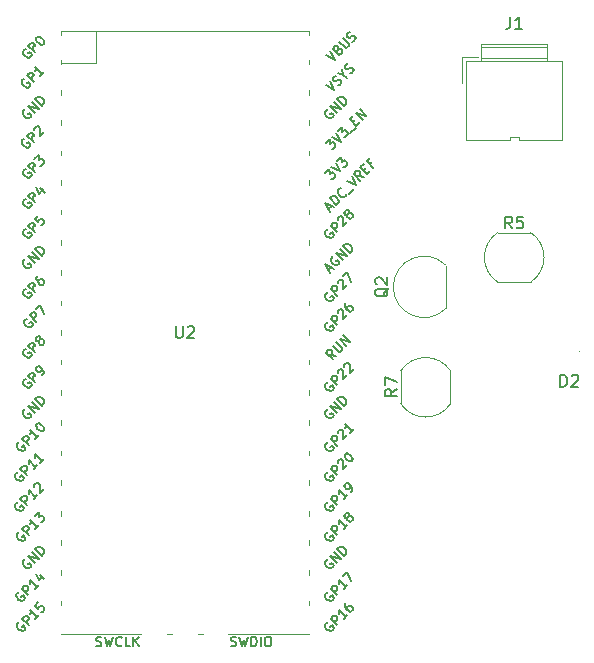
<source format=gbr>
%TF.GenerationSoftware,KiCad,Pcbnew,8.0.0*%
%TF.CreationDate,2024-03-28T11:04:24-03:00*%
%TF.ProjectId,PonderadaSemana6,506f6e64-6572-4616-9461-53656d616e61,rev?*%
%TF.SameCoordinates,Original*%
%TF.FileFunction,Legend,Top*%
%TF.FilePolarity,Positive*%
%FSLAX46Y46*%
G04 Gerber Fmt 4.6, Leading zero omitted, Abs format (unit mm)*
G04 Created by KiCad (PCBNEW 8.0.0) date 2024-03-28 11:04:24*
%MOMM*%
%LPD*%
G01*
G04 APERTURE LIST*
%ADD10C,0.150000*%
%ADD11C,0.100000*%
%ADD12C,0.120000*%
G04 APERTURE END LIST*
D10*
X156916905Y-102454819D02*
X156916905Y-101454819D01*
X156916905Y-101454819D02*
X157155000Y-101454819D01*
X157155000Y-101454819D02*
X157297857Y-101502438D01*
X157297857Y-101502438D02*
X157393095Y-101597676D01*
X157393095Y-101597676D02*
X157440714Y-101692914D01*
X157440714Y-101692914D02*
X157488333Y-101883390D01*
X157488333Y-101883390D02*
X157488333Y-102026247D01*
X157488333Y-102026247D02*
X157440714Y-102216723D01*
X157440714Y-102216723D02*
X157393095Y-102311961D01*
X157393095Y-102311961D02*
X157297857Y-102407200D01*
X157297857Y-102407200D02*
X157155000Y-102454819D01*
X157155000Y-102454819D02*
X156916905Y-102454819D01*
X157869286Y-101550057D02*
X157916905Y-101502438D01*
X157916905Y-101502438D02*
X158012143Y-101454819D01*
X158012143Y-101454819D02*
X158250238Y-101454819D01*
X158250238Y-101454819D02*
X158345476Y-101502438D01*
X158345476Y-101502438D02*
X158393095Y-101550057D01*
X158393095Y-101550057D02*
X158440714Y-101645295D01*
X158440714Y-101645295D02*
X158440714Y-101740533D01*
X158440714Y-101740533D02*
X158393095Y-101883390D01*
X158393095Y-101883390D02*
X157821667Y-102454819D01*
X157821667Y-102454819D02*
X158440714Y-102454819D01*
X124348095Y-97324819D02*
X124348095Y-98134342D01*
X124348095Y-98134342D02*
X124395714Y-98229580D01*
X124395714Y-98229580D02*
X124443333Y-98277200D01*
X124443333Y-98277200D02*
X124538571Y-98324819D01*
X124538571Y-98324819D02*
X124729047Y-98324819D01*
X124729047Y-98324819D02*
X124824285Y-98277200D01*
X124824285Y-98277200D02*
X124871904Y-98229580D01*
X124871904Y-98229580D02*
X124919523Y-98134342D01*
X124919523Y-98134342D02*
X124919523Y-97324819D01*
X125348095Y-97420057D02*
X125395714Y-97372438D01*
X125395714Y-97372438D02*
X125490952Y-97324819D01*
X125490952Y-97324819D02*
X125729047Y-97324819D01*
X125729047Y-97324819D02*
X125824285Y-97372438D01*
X125824285Y-97372438D02*
X125871904Y-97420057D01*
X125871904Y-97420057D02*
X125919523Y-97515295D01*
X125919523Y-97515295D02*
X125919523Y-97610533D01*
X125919523Y-97610533D02*
X125871904Y-97753390D01*
X125871904Y-97753390D02*
X125300476Y-98324819D01*
X125300476Y-98324819D02*
X125919523Y-98324819D01*
X110953998Y-109690868D02*
X110873185Y-109717805D01*
X110873185Y-109717805D02*
X110792373Y-109798618D01*
X110792373Y-109798618D02*
X110738498Y-109906367D01*
X110738498Y-109906367D02*
X110738498Y-110014117D01*
X110738498Y-110014117D02*
X110765436Y-110094929D01*
X110765436Y-110094929D02*
X110846248Y-110229616D01*
X110846248Y-110229616D02*
X110927060Y-110310428D01*
X110927060Y-110310428D02*
X111061747Y-110391241D01*
X111061747Y-110391241D02*
X111142560Y-110418178D01*
X111142560Y-110418178D02*
X111250309Y-110418178D01*
X111250309Y-110418178D02*
X111358059Y-110364303D01*
X111358059Y-110364303D02*
X111411934Y-110310428D01*
X111411934Y-110310428D02*
X111465808Y-110202679D01*
X111465808Y-110202679D02*
X111465808Y-110148804D01*
X111465808Y-110148804D02*
X111277247Y-109960242D01*
X111277247Y-109960242D02*
X111169497Y-110067992D01*
X111762120Y-109960242D02*
X111196434Y-109394557D01*
X111196434Y-109394557D02*
X111411934Y-109179057D01*
X111411934Y-109179057D02*
X111492746Y-109152120D01*
X111492746Y-109152120D02*
X111546621Y-109152120D01*
X111546621Y-109152120D02*
X111627433Y-109179057D01*
X111627433Y-109179057D02*
X111708245Y-109259870D01*
X111708245Y-109259870D02*
X111735182Y-109340682D01*
X111735182Y-109340682D02*
X111735182Y-109394557D01*
X111735182Y-109394557D02*
X111708245Y-109475369D01*
X111708245Y-109475369D02*
X111492746Y-109690868D01*
X112624117Y-109098245D02*
X112300868Y-109421494D01*
X112462492Y-109259870D02*
X111896807Y-108694184D01*
X111896807Y-108694184D02*
X111923744Y-108828871D01*
X111923744Y-108828871D02*
X111923744Y-108936621D01*
X111923744Y-108936621D02*
X111896807Y-109017433D01*
X113162865Y-108559497D02*
X112839616Y-108882746D01*
X113001240Y-108721121D02*
X112435555Y-108155436D01*
X112435555Y-108155436D02*
X112462492Y-108290123D01*
X112462492Y-108290123D02*
X112462492Y-108397873D01*
X112462492Y-108397873D02*
X112435555Y-108478685D01*
X137261873Y-92611240D02*
X137531247Y-92341866D01*
X137369623Y-92826739D02*
X136992499Y-92072492D01*
X136992499Y-92072492D02*
X137746746Y-92449615D01*
X137692871Y-91425994D02*
X137612059Y-91452932D01*
X137612059Y-91452932D02*
X137531247Y-91533744D01*
X137531247Y-91533744D02*
X137477372Y-91641494D01*
X137477372Y-91641494D02*
X137477372Y-91749243D01*
X137477372Y-91749243D02*
X137504310Y-91830055D01*
X137504310Y-91830055D02*
X137585122Y-91964742D01*
X137585122Y-91964742D02*
X137665934Y-92045555D01*
X137665934Y-92045555D02*
X137800621Y-92126367D01*
X137800621Y-92126367D02*
X137881433Y-92153304D01*
X137881433Y-92153304D02*
X137989183Y-92153304D01*
X137989183Y-92153304D02*
X138096932Y-92099429D01*
X138096932Y-92099429D02*
X138150807Y-92045555D01*
X138150807Y-92045555D02*
X138204682Y-91937805D01*
X138204682Y-91937805D02*
X138204682Y-91883930D01*
X138204682Y-91883930D02*
X138016120Y-91695368D01*
X138016120Y-91695368D02*
X137908371Y-91803118D01*
X138500993Y-91695368D02*
X137935308Y-91129683D01*
X137935308Y-91129683D02*
X138824242Y-91372120D01*
X138824242Y-91372120D02*
X138258557Y-90806434D01*
X139093616Y-91102746D02*
X138527931Y-90537060D01*
X138527931Y-90537060D02*
X138662618Y-90402373D01*
X138662618Y-90402373D02*
X138770367Y-90348498D01*
X138770367Y-90348498D02*
X138878117Y-90348498D01*
X138878117Y-90348498D02*
X138958929Y-90375436D01*
X138958929Y-90375436D02*
X139093616Y-90456248D01*
X139093616Y-90456248D02*
X139174428Y-90537060D01*
X139174428Y-90537060D02*
X139255241Y-90671747D01*
X139255241Y-90671747D02*
X139282178Y-90752560D01*
X139282178Y-90752560D02*
X139282178Y-90860309D01*
X139282178Y-90860309D02*
X139228303Y-90968059D01*
X139228303Y-90968059D02*
X139093616Y-91102746D01*
X137196435Y-117068431D02*
X137115623Y-117095368D01*
X137115623Y-117095368D02*
X137034811Y-117176180D01*
X137034811Y-117176180D02*
X136980936Y-117283930D01*
X136980936Y-117283930D02*
X136980936Y-117391680D01*
X136980936Y-117391680D02*
X137007873Y-117472492D01*
X137007873Y-117472492D02*
X137088685Y-117607179D01*
X137088685Y-117607179D02*
X137169498Y-117687991D01*
X137169498Y-117687991D02*
X137304185Y-117768803D01*
X137304185Y-117768803D02*
X137384997Y-117795741D01*
X137384997Y-117795741D02*
X137492746Y-117795741D01*
X137492746Y-117795741D02*
X137600496Y-117741866D01*
X137600496Y-117741866D02*
X137654371Y-117687991D01*
X137654371Y-117687991D02*
X137708246Y-117580241D01*
X137708246Y-117580241D02*
X137708246Y-117526367D01*
X137708246Y-117526367D02*
X137519684Y-117337805D01*
X137519684Y-117337805D02*
X137411934Y-117445554D01*
X138004557Y-117337805D02*
X137438872Y-116772119D01*
X137438872Y-116772119D02*
X138327806Y-117014556D01*
X138327806Y-117014556D02*
X137762120Y-116448871D01*
X138597180Y-116745182D02*
X138031494Y-116179497D01*
X138031494Y-116179497D02*
X138166181Y-116044810D01*
X138166181Y-116044810D02*
X138273931Y-115990935D01*
X138273931Y-115990935D02*
X138381680Y-115990935D01*
X138381680Y-115990935D02*
X138462493Y-116017872D01*
X138462493Y-116017872D02*
X138597180Y-116098685D01*
X138597180Y-116098685D02*
X138677992Y-116179497D01*
X138677992Y-116179497D02*
X138758804Y-116314184D01*
X138758804Y-116314184D02*
X138785741Y-116394996D01*
X138785741Y-116394996D02*
X138785741Y-116502746D01*
X138785741Y-116502746D02*
X138731867Y-116610495D01*
X138731867Y-116610495D02*
X138597180Y-116745182D01*
X137063406Y-74397585D02*
X137817653Y-74774709D01*
X137817653Y-74774709D02*
X137440529Y-74020462D01*
X138087027Y-73912712D02*
X138194776Y-73858838D01*
X138194776Y-73858838D02*
X138248651Y-73858838D01*
X138248651Y-73858838D02*
X138329463Y-73885775D01*
X138329463Y-73885775D02*
X138410276Y-73966587D01*
X138410276Y-73966587D02*
X138437213Y-74047399D01*
X138437213Y-74047399D02*
X138437213Y-74101274D01*
X138437213Y-74101274D02*
X138410276Y-74182086D01*
X138410276Y-74182086D02*
X138194776Y-74397586D01*
X138194776Y-74397586D02*
X137629091Y-73831900D01*
X137629091Y-73831900D02*
X137817653Y-73643338D01*
X137817653Y-73643338D02*
X137898465Y-73616401D01*
X137898465Y-73616401D02*
X137952340Y-73616401D01*
X137952340Y-73616401D02*
X138033152Y-73643338D01*
X138033152Y-73643338D02*
X138087027Y-73697213D01*
X138087027Y-73697213D02*
X138113964Y-73778025D01*
X138113964Y-73778025D02*
X138113964Y-73831900D01*
X138113964Y-73831900D02*
X138087027Y-73912712D01*
X138087027Y-73912712D02*
X137898465Y-74101274D01*
X138194776Y-73266215D02*
X138652712Y-73724151D01*
X138652712Y-73724151D02*
X138733524Y-73751088D01*
X138733524Y-73751088D02*
X138787399Y-73751088D01*
X138787399Y-73751088D02*
X138868211Y-73724151D01*
X138868211Y-73724151D02*
X138975961Y-73616401D01*
X138975961Y-73616401D02*
X139002898Y-73535589D01*
X139002898Y-73535589D02*
X139002898Y-73481714D01*
X139002898Y-73481714D02*
X138975961Y-73400902D01*
X138975961Y-73400902D02*
X138518025Y-72942966D01*
X139299210Y-73239277D02*
X139406959Y-73185403D01*
X139406959Y-73185403D02*
X139541646Y-73050716D01*
X139541646Y-73050716D02*
X139568584Y-72969903D01*
X139568584Y-72969903D02*
X139568584Y-72916029D01*
X139568584Y-72916029D02*
X139541646Y-72835216D01*
X139541646Y-72835216D02*
X139487771Y-72781342D01*
X139487771Y-72781342D02*
X139406959Y-72754404D01*
X139406959Y-72754404D02*
X139353084Y-72754404D01*
X139353084Y-72754404D02*
X139272272Y-72781342D01*
X139272272Y-72781342D02*
X139137585Y-72862154D01*
X139137585Y-72862154D02*
X139056773Y-72889091D01*
X139056773Y-72889091D02*
X139002898Y-72889091D01*
X139002898Y-72889091D02*
X138922086Y-72862154D01*
X138922086Y-72862154D02*
X138868211Y-72808279D01*
X138868211Y-72808279D02*
X138841274Y-72727467D01*
X138841274Y-72727467D02*
X138841274Y-72673592D01*
X138841274Y-72673592D02*
X138868211Y-72592780D01*
X138868211Y-72592780D02*
X139002898Y-72458093D01*
X139002898Y-72458093D02*
X139110648Y-72404218D01*
X137196435Y-78968431D02*
X137115623Y-78995368D01*
X137115623Y-78995368D02*
X137034811Y-79076180D01*
X137034811Y-79076180D02*
X136980936Y-79183930D01*
X136980936Y-79183930D02*
X136980936Y-79291680D01*
X136980936Y-79291680D02*
X137007873Y-79372492D01*
X137007873Y-79372492D02*
X137088685Y-79507179D01*
X137088685Y-79507179D02*
X137169498Y-79587991D01*
X137169498Y-79587991D02*
X137304185Y-79668803D01*
X137304185Y-79668803D02*
X137384997Y-79695741D01*
X137384997Y-79695741D02*
X137492746Y-79695741D01*
X137492746Y-79695741D02*
X137600496Y-79641866D01*
X137600496Y-79641866D02*
X137654371Y-79587991D01*
X137654371Y-79587991D02*
X137708246Y-79480241D01*
X137708246Y-79480241D02*
X137708246Y-79426367D01*
X137708246Y-79426367D02*
X137519684Y-79237805D01*
X137519684Y-79237805D02*
X137411934Y-79345554D01*
X138004557Y-79237805D02*
X137438872Y-78672119D01*
X137438872Y-78672119D02*
X138327806Y-78914556D01*
X138327806Y-78914556D02*
X137762120Y-78348871D01*
X138597180Y-78645182D02*
X138031494Y-78079497D01*
X138031494Y-78079497D02*
X138166181Y-77944810D01*
X138166181Y-77944810D02*
X138273931Y-77890935D01*
X138273931Y-77890935D02*
X138381680Y-77890935D01*
X138381680Y-77890935D02*
X138462493Y-77917872D01*
X138462493Y-77917872D02*
X138597180Y-77998685D01*
X138597180Y-77998685D02*
X138677992Y-78079497D01*
X138677992Y-78079497D02*
X138758804Y-78214184D01*
X138758804Y-78214184D02*
X138785741Y-78294996D01*
X138785741Y-78294996D02*
X138785741Y-78402746D01*
X138785741Y-78402746D02*
X138731867Y-78510495D01*
X138731867Y-78510495D02*
X138597180Y-78645182D01*
X111099998Y-114770868D02*
X111019185Y-114797805D01*
X111019185Y-114797805D02*
X110938373Y-114878618D01*
X110938373Y-114878618D02*
X110884498Y-114986367D01*
X110884498Y-114986367D02*
X110884498Y-115094117D01*
X110884498Y-115094117D02*
X110911436Y-115174929D01*
X110911436Y-115174929D02*
X110992248Y-115309616D01*
X110992248Y-115309616D02*
X111073060Y-115390428D01*
X111073060Y-115390428D02*
X111207747Y-115471241D01*
X111207747Y-115471241D02*
X111288560Y-115498178D01*
X111288560Y-115498178D02*
X111396309Y-115498178D01*
X111396309Y-115498178D02*
X111504059Y-115444303D01*
X111504059Y-115444303D02*
X111557934Y-115390428D01*
X111557934Y-115390428D02*
X111611808Y-115282679D01*
X111611808Y-115282679D02*
X111611808Y-115228804D01*
X111611808Y-115228804D02*
X111423247Y-115040242D01*
X111423247Y-115040242D02*
X111315497Y-115147992D01*
X111908120Y-115040242D02*
X111342434Y-114474557D01*
X111342434Y-114474557D02*
X111557934Y-114259057D01*
X111557934Y-114259057D02*
X111638746Y-114232120D01*
X111638746Y-114232120D02*
X111692621Y-114232120D01*
X111692621Y-114232120D02*
X111773433Y-114259057D01*
X111773433Y-114259057D02*
X111854245Y-114339870D01*
X111854245Y-114339870D02*
X111881182Y-114420682D01*
X111881182Y-114420682D02*
X111881182Y-114474557D01*
X111881182Y-114474557D02*
X111854245Y-114555369D01*
X111854245Y-114555369D02*
X111638746Y-114770868D01*
X112770117Y-114178245D02*
X112446868Y-114501494D01*
X112608492Y-114339870D02*
X112042807Y-113774184D01*
X112042807Y-113774184D02*
X112069744Y-113908871D01*
X112069744Y-113908871D02*
X112069744Y-114016621D01*
X112069744Y-114016621D02*
X112042807Y-114097433D01*
X112392993Y-113423998D02*
X112743179Y-113073812D01*
X112743179Y-113073812D02*
X112770117Y-113477873D01*
X112770117Y-113477873D02*
X112850929Y-113397060D01*
X112850929Y-113397060D02*
X112931741Y-113370123D01*
X112931741Y-113370123D02*
X112985616Y-113370123D01*
X112985616Y-113370123D02*
X113066428Y-113397060D01*
X113066428Y-113397060D02*
X113201115Y-113531747D01*
X113201115Y-113531747D02*
X113228053Y-113612560D01*
X113228053Y-113612560D02*
X113228053Y-113666434D01*
X113228053Y-113666434D02*
X113201115Y-113747247D01*
X113201115Y-113747247D02*
X113039491Y-113908871D01*
X113039491Y-113908871D02*
X112958679Y-113935808D01*
X112958679Y-113935808D02*
X112904804Y-113935808D01*
X137265064Y-87404049D02*
X137534438Y-87134675D01*
X137372813Y-87619549D02*
X136995690Y-86865301D01*
X136995690Y-86865301D02*
X137749937Y-87242425D01*
X137938499Y-87053863D02*
X137372813Y-86488178D01*
X137372813Y-86488178D02*
X137507500Y-86353491D01*
X137507500Y-86353491D02*
X137615250Y-86299616D01*
X137615250Y-86299616D02*
X137722999Y-86299616D01*
X137722999Y-86299616D02*
X137803812Y-86326553D01*
X137803812Y-86326553D02*
X137938499Y-86407366D01*
X137938499Y-86407366D02*
X138019311Y-86488178D01*
X138019311Y-86488178D02*
X138100123Y-86622865D01*
X138100123Y-86622865D02*
X138127060Y-86703677D01*
X138127060Y-86703677D02*
X138127060Y-86811427D01*
X138127060Y-86811427D02*
X138073186Y-86919176D01*
X138073186Y-86919176D02*
X137938499Y-87053863D01*
X138773558Y-86111054D02*
X138773558Y-86164929D01*
X138773558Y-86164929D02*
X138719683Y-86272679D01*
X138719683Y-86272679D02*
X138665808Y-86326553D01*
X138665808Y-86326553D02*
X138558059Y-86380428D01*
X138558059Y-86380428D02*
X138450309Y-86380428D01*
X138450309Y-86380428D02*
X138369497Y-86353491D01*
X138369497Y-86353491D02*
X138234810Y-86272679D01*
X138234810Y-86272679D02*
X138153998Y-86191866D01*
X138153998Y-86191866D02*
X138073186Y-86057179D01*
X138073186Y-86057179D02*
X138046248Y-85976367D01*
X138046248Y-85976367D02*
X138046248Y-85868618D01*
X138046248Y-85868618D02*
X138100123Y-85760868D01*
X138100123Y-85760868D02*
X138153998Y-85706993D01*
X138153998Y-85706993D02*
X138261747Y-85653118D01*
X138261747Y-85653118D02*
X138315622Y-85653118D01*
X138989057Y-86111054D02*
X139420056Y-85680056D01*
X138854370Y-85006621D02*
X139608618Y-85383744D01*
X139608618Y-85383744D02*
X139231494Y-84629497D01*
X140308990Y-84683372D02*
X139851054Y-84602560D01*
X139985741Y-85006621D02*
X139420056Y-84440935D01*
X139420056Y-84440935D02*
X139635555Y-84225436D01*
X139635555Y-84225436D02*
X139716367Y-84198499D01*
X139716367Y-84198499D02*
X139770242Y-84198499D01*
X139770242Y-84198499D02*
X139851054Y-84225436D01*
X139851054Y-84225436D02*
X139931866Y-84306248D01*
X139931866Y-84306248D02*
X139958804Y-84387061D01*
X139958804Y-84387061D02*
X139958804Y-84440935D01*
X139958804Y-84440935D02*
X139931866Y-84521748D01*
X139931866Y-84521748D02*
X139716367Y-84737247D01*
X140255115Y-84144624D02*
X140443677Y-83956062D01*
X140820800Y-84171561D02*
X140551426Y-84440935D01*
X140551426Y-84440935D02*
X139985741Y-83875250D01*
X139985741Y-83875250D02*
X140255115Y-83605876D01*
X140955488Y-83444251D02*
X140766926Y-83632813D01*
X141063237Y-83929125D02*
X140497552Y-83363439D01*
X140497552Y-83363439D02*
X140766926Y-83094065D01*
X111623372Y-86561494D02*
X111542560Y-86588431D01*
X111542560Y-86588431D02*
X111461748Y-86669243D01*
X111461748Y-86669243D02*
X111407873Y-86776993D01*
X111407873Y-86776993D02*
X111407873Y-86884742D01*
X111407873Y-86884742D02*
X111434810Y-86965555D01*
X111434810Y-86965555D02*
X111515623Y-87100242D01*
X111515623Y-87100242D02*
X111596435Y-87181054D01*
X111596435Y-87181054D02*
X111731122Y-87261866D01*
X111731122Y-87261866D02*
X111811934Y-87288803D01*
X111811934Y-87288803D02*
X111919684Y-87288803D01*
X111919684Y-87288803D02*
X112027433Y-87234929D01*
X112027433Y-87234929D02*
X112081308Y-87181054D01*
X112081308Y-87181054D02*
X112135183Y-87073304D01*
X112135183Y-87073304D02*
X112135183Y-87019429D01*
X112135183Y-87019429D02*
X111946621Y-86830868D01*
X111946621Y-86830868D02*
X111838871Y-86938617D01*
X112431494Y-86830868D02*
X111865809Y-86265182D01*
X111865809Y-86265182D02*
X112081308Y-86049683D01*
X112081308Y-86049683D02*
X112162120Y-86022746D01*
X112162120Y-86022746D02*
X112215995Y-86022746D01*
X112215995Y-86022746D02*
X112296807Y-86049683D01*
X112296807Y-86049683D02*
X112377619Y-86130495D01*
X112377619Y-86130495D02*
X112404557Y-86211307D01*
X112404557Y-86211307D02*
X112404557Y-86265182D01*
X112404557Y-86265182D02*
X112377619Y-86345994D01*
X112377619Y-86345994D02*
X112162120Y-86561494D01*
X112862493Y-85645622D02*
X113239616Y-86022746D01*
X112512306Y-85564810D02*
X112781680Y-86103558D01*
X112781680Y-86103558D02*
X113131867Y-85753372D01*
X111723372Y-96691494D02*
X111642560Y-96718431D01*
X111642560Y-96718431D02*
X111561748Y-96799243D01*
X111561748Y-96799243D02*
X111507873Y-96906993D01*
X111507873Y-96906993D02*
X111507873Y-97014742D01*
X111507873Y-97014742D02*
X111534810Y-97095555D01*
X111534810Y-97095555D02*
X111615623Y-97230242D01*
X111615623Y-97230242D02*
X111696435Y-97311054D01*
X111696435Y-97311054D02*
X111831122Y-97391866D01*
X111831122Y-97391866D02*
X111911934Y-97418803D01*
X111911934Y-97418803D02*
X112019684Y-97418803D01*
X112019684Y-97418803D02*
X112127433Y-97364929D01*
X112127433Y-97364929D02*
X112181308Y-97311054D01*
X112181308Y-97311054D02*
X112235183Y-97203304D01*
X112235183Y-97203304D02*
X112235183Y-97149429D01*
X112235183Y-97149429D02*
X112046621Y-96960868D01*
X112046621Y-96960868D02*
X111938871Y-97068617D01*
X112531494Y-96960868D02*
X111965809Y-96395182D01*
X111965809Y-96395182D02*
X112181308Y-96179683D01*
X112181308Y-96179683D02*
X112262120Y-96152746D01*
X112262120Y-96152746D02*
X112315995Y-96152746D01*
X112315995Y-96152746D02*
X112396807Y-96179683D01*
X112396807Y-96179683D02*
X112477619Y-96260495D01*
X112477619Y-96260495D02*
X112504557Y-96341307D01*
X112504557Y-96341307D02*
X112504557Y-96395182D01*
X112504557Y-96395182D02*
X112477619Y-96475994D01*
X112477619Y-96475994D02*
X112262120Y-96691494D01*
X112477619Y-95883372D02*
X112854743Y-95506248D01*
X112854743Y-95506248D02*
X113177992Y-96314370D01*
X111099998Y-122390868D02*
X111019185Y-122417805D01*
X111019185Y-122417805D02*
X110938373Y-122498618D01*
X110938373Y-122498618D02*
X110884498Y-122606367D01*
X110884498Y-122606367D02*
X110884498Y-122714117D01*
X110884498Y-122714117D02*
X110911436Y-122794929D01*
X110911436Y-122794929D02*
X110992248Y-122929616D01*
X110992248Y-122929616D02*
X111073060Y-123010428D01*
X111073060Y-123010428D02*
X111207747Y-123091241D01*
X111207747Y-123091241D02*
X111288560Y-123118178D01*
X111288560Y-123118178D02*
X111396309Y-123118178D01*
X111396309Y-123118178D02*
X111504059Y-123064303D01*
X111504059Y-123064303D02*
X111557934Y-123010428D01*
X111557934Y-123010428D02*
X111611808Y-122902679D01*
X111611808Y-122902679D02*
X111611808Y-122848804D01*
X111611808Y-122848804D02*
X111423247Y-122660242D01*
X111423247Y-122660242D02*
X111315497Y-122767992D01*
X111908120Y-122660242D02*
X111342434Y-122094557D01*
X111342434Y-122094557D02*
X111557934Y-121879057D01*
X111557934Y-121879057D02*
X111638746Y-121852120D01*
X111638746Y-121852120D02*
X111692621Y-121852120D01*
X111692621Y-121852120D02*
X111773433Y-121879057D01*
X111773433Y-121879057D02*
X111854245Y-121959870D01*
X111854245Y-121959870D02*
X111881182Y-122040682D01*
X111881182Y-122040682D02*
X111881182Y-122094557D01*
X111881182Y-122094557D02*
X111854245Y-122175369D01*
X111854245Y-122175369D02*
X111638746Y-122390868D01*
X112770117Y-121798245D02*
X112446868Y-122121494D01*
X112608492Y-121959870D02*
X112042807Y-121394184D01*
X112042807Y-121394184D02*
X112069744Y-121528871D01*
X112069744Y-121528871D02*
X112069744Y-121636621D01*
X112069744Y-121636621D02*
X112042807Y-121717433D01*
X112716242Y-120720749D02*
X112446868Y-120990123D01*
X112446868Y-120990123D02*
X112689305Y-121286434D01*
X112689305Y-121286434D02*
X112689305Y-121232560D01*
X112689305Y-121232560D02*
X112716242Y-121151747D01*
X112716242Y-121151747D02*
X112850929Y-121017060D01*
X112850929Y-121017060D02*
X112931741Y-120990123D01*
X112931741Y-120990123D02*
X112985616Y-120990123D01*
X112985616Y-120990123D02*
X113066428Y-121017060D01*
X113066428Y-121017060D02*
X113201115Y-121151747D01*
X113201115Y-121151747D02*
X113228053Y-121232560D01*
X113228053Y-121232560D02*
X113228053Y-121286434D01*
X113228053Y-121286434D02*
X113201115Y-121367247D01*
X113201115Y-121367247D02*
X113066428Y-121501934D01*
X113066428Y-121501934D02*
X112985616Y-121528871D01*
X112985616Y-121528871D02*
X112931741Y-121528871D01*
X137207998Y-119850868D02*
X137127185Y-119877805D01*
X137127185Y-119877805D02*
X137046373Y-119958618D01*
X137046373Y-119958618D02*
X136992498Y-120066367D01*
X136992498Y-120066367D02*
X136992498Y-120174117D01*
X136992498Y-120174117D02*
X137019436Y-120254929D01*
X137019436Y-120254929D02*
X137100248Y-120389616D01*
X137100248Y-120389616D02*
X137181060Y-120470428D01*
X137181060Y-120470428D02*
X137315747Y-120551241D01*
X137315747Y-120551241D02*
X137396560Y-120578178D01*
X137396560Y-120578178D02*
X137504309Y-120578178D01*
X137504309Y-120578178D02*
X137612059Y-120524303D01*
X137612059Y-120524303D02*
X137665934Y-120470428D01*
X137665934Y-120470428D02*
X137719808Y-120362679D01*
X137719808Y-120362679D02*
X137719808Y-120308804D01*
X137719808Y-120308804D02*
X137531247Y-120120242D01*
X137531247Y-120120242D02*
X137423497Y-120227992D01*
X138016120Y-120120242D02*
X137450434Y-119554557D01*
X137450434Y-119554557D02*
X137665934Y-119339057D01*
X137665934Y-119339057D02*
X137746746Y-119312120D01*
X137746746Y-119312120D02*
X137800621Y-119312120D01*
X137800621Y-119312120D02*
X137881433Y-119339057D01*
X137881433Y-119339057D02*
X137962245Y-119419870D01*
X137962245Y-119419870D02*
X137989182Y-119500682D01*
X137989182Y-119500682D02*
X137989182Y-119554557D01*
X137989182Y-119554557D02*
X137962245Y-119635369D01*
X137962245Y-119635369D02*
X137746746Y-119850868D01*
X138878117Y-119258245D02*
X138554868Y-119581494D01*
X138716492Y-119419870D02*
X138150807Y-118854184D01*
X138150807Y-118854184D02*
X138177744Y-118988871D01*
X138177744Y-118988871D02*
X138177744Y-119096621D01*
X138177744Y-119096621D02*
X138150807Y-119177433D01*
X138500993Y-118503998D02*
X138878117Y-118126874D01*
X138878117Y-118126874D02*
X139201366Y-118934996D01*
X137207998Y-96990868D02*
X137127185Y-97017805D01*
X137127185Y-97017805D02*
X137046373Y-97098618D01*
X137046373Y-97098618D02*
X136992498Y-97206367D01*
X136992498Y-97206367D02*
X136992498Y-97314117D01*
X136992498Y-97314117D02*
X137019436Y-97394929D01*
X137019436Y-97394929D02*
X137100248Y-97529616D01*
X137100248Y-97529616D02*
X137181060Y-97610428D01*
X137181060Y-97610428D02*
X137315747Y-97691241D01*
X137315747Y-97691241D02*
X137396560Y-97718178D01*
X137396560Y-97718178D02*
X137504309Y-97718178D01*
X137504309Y-97718178D02*
X137612059Y-97664303D01*
X137612059Y-97664303D02*
X137665934Y-97610428D01*
X137665934Y-97610428D02*
X137719808Y-97502679D01*
X137719808Y-97502679D02*
X137719808Y-97448804D01*
X137719808Y-97448804D02*
X137531247Y-97260242D01*
X137531247Y-97260242D02*
X137423497Y-97367992D01*
X138016120Y-97260242D02*
X137450434Y-96694557D01*
X137450434Y-96694557D02*
X137665934Y-96479057D01*
X137665934Y-96479057D02*
X137746746Y-96452120D01*
X137746746Y-96452120D02*
X137800621Y-96452120D01*
X137800621Y-96452120D02*
X137881433Y-96479057D01*
X137881433Y-96479057D02*
X137962245Y-96559870D01*
X137962245Y-96559870D02*
X137989182Y-96640682D01*
X137989182Y-96640682D02*
X137989182Y-96694557D01*
X137989182Y-96694557D02*
X137962245Y-96775369D01*
X137962245Y-96775369D02*
X137746746Y-96990868D01*
X138043057Y-96209683D02*
X138043057Y-96155809D01*
X138043057Y-96155809D02*
X138069995Y-96074996D01*
X138069995Y-96074996D02*
X138204682Y-95940309D01*
X138204682Y-95940309D02*
X138285494Y-95913372D01*
X138285494Y-95913372D02*
X138339369Y-95913372D01*
X138339369Y-95913372D02*
X138420181Y-95940309D01*
X138420181Y-95940309D02*
X138474056Y-95994184D01*
X138474056Y-95994184D02*
X138527930Y-96101934D01*
X138527930Y-96101934D02*
X138527930Y-96748431D01*
X138527930Y-96748431D02*
X138878117Y-96398245D01*
X138797305Y-95347686D02*
X138689555Y-95455436D01*
X138689555Y-95455436D02*
X138662618Y-95536248D01*
X138662618Y-95536248D02*
X138662618Y-95590123D01*
X138662618Y-95590123D02*
X138689555Y-95724810D01*
X138689555Y-95724810D02*
X138770367Y-95859497D01*
X138770367Y-95859497D02*
X138985866Y-96074996D01*
X138985866Y-96074996D02*
X139066679Y-96101934D01*
X139066679Y-96101934D02*
X139120553Y-96101934D01*
X139120553Y-96101934D02*
X139201366Y-96074996D01*
X139201366Y-96074996D02*
X139309115Y-95967247D01*
X139309115Y-95967247D02*
X139336053Y-95886434D01*
X139336053Y-95886434D02*
X139336053Y-95832560D01*
X139336053Y-95832560D02*
X139309115Y-95751747D01*
X139309115Y-95751747D02*
X139174428Y-95617060D01*
X139174428Y-95617060D02*
X139093616Y-95590123D01*
X139093616Y-95590123D02*
X139039741Y-95590123D01*
X139039741Y-95590123D02*
X138958929Y-95617060D01*
X138958929Y-95617060D02*
X138851179Y-95724810D01*
X138851179Y-95724810D02*
X138824242Y-95805622D01*
X138824242Y-95805622D02*
X138824242Y-95859497D01*
X138824242Y-95859497D02*
X138851179Y-95940309D01*
X117600475Y-124394200D02*
X117714761Y-124432295D01*
X117714761Y-124432295D02*
X117905237Y-124432295D01*
X117905237Y-124432295D02*
X117981428Y-124394200D01*
X117981428Y-124394200D02*
X118019523Y-124356104D01*
X118019523Y-124356104D02*
X118057618Y-124279914D01*
X118057618Y-124279914D02*
X118057618Y-124203723D01*
X118057618Y-124203723D02*
X118019523Y-124127533D01*
X118019523Y-124127533D02*
X117981428Y-124089438D01*
X117981428Y-124089438D02*
X117905237Y-124051342D01*
X117905237Y-124051342D02*
X117752856Y-124013247D01*
X117752856Y-124013247D02*
X117676666Y-123975152D01*
X117676666Y-123975152D02*
X117638571Y-123937057D01*
X117638571Y-123937057D02*
X117600475Y-123860866D01*
X117600475Y-123860866D02*
X117600475Y-123784676D01*
X117600475Y-123784676D02*
X117638571Y-123708485D01*
X117638571Y-123708485D02*
X117676666Y-123670390D01*
X117676666Y-123670390D02*
X117752856Y-123632295D01*
X117752856Y-123632295D02*
X117943333Y-123632295D01*
X117943333Y-123632295D02*
X118057618Y-123670390D01*
X118324285Y-123632295D02*
X118514761Y-124432295D01*
X118514761Y-124432295D02*
X118667142Y-123860866D01*
X118667142Y-123860866D02*
X118819523Y-124432295D01*
X118819523Y-124432295D02*
X119010000Y-123632295D01*
X119771905Y-124356104D02*
X119733809Y-124394200D01*
X119733809Y-124394200D02*
X119619524Y-124432295D01*
X119619524Y-124432295D02*
X119543333Y-124432295D01*
X119543333Y-124432295D02*
X119429047Y-124394200D01*
X119429047Y-124394200D02*
X119352857Y-124318009D01*
X119352857Y-124318009D02*
X119314762Y-124241819D01*
X119314762Y-124241819D02*
X119276666Y-124089438D01*
X119276666Y-124089438D02*
X119276666Y-123975152D01*
X119276666Y-123975152D02*
X119314762Y-123822771D01*
X119314762Y-123822771D02*
X119352857Y-123746580D01*
X119352857Y-123746580D02*
X119429047Y-123670390D01*
X119429047Y-123670390D02*
X119543333Y-123632295D01*
X119543333Y-123632295D02*
X119619524Y-123632295D01*
X119619524Y-123632295D02*
X119733809Y-123670390D01*
X119733809Y-123670390D02*
X119771905Y-123708485D01*
X120495714Y-124432295D02*
X120114762Y-124432295D01*
X120114762Y-124432295D02*
X120114762Y-123632295D01*
X120762381Y-124432295D02*
X120762381Y-123632295D01*
X121219524Y-124432295D02*
X120876666Y-123975152D01*
X121219524Y-123632295D02*
X120762381Y-124089438D01*
X137032407Y-81828584D02*
X137382593Y-81478398D01*
X137382593Y-81478398D02*
X137409531Y-81882459D01*
X137409531Y-81882459D02*
X137490343Y-81801646D01*
X137490343Y-81801646D02*
X137571155Y-81774709D01*
X137571155Y-81774709D02*
X137625030Y-81774709D01*
X137625030Y-81774709D02*
X137705842Y-81801646D01*
X137705842Y-81801646D02*
X137840529Y-81936333D01*
X137840529Y-81936333D02*
X137867467Y-82017146D01*
X137867467Y-82017146D02*
X137867467Y-82071020D01*
X137867467Y-82071020D02*
X137840529Y-82151833D01*
X137840529Y-82151833D02*
X137678905Y-82313457D01*
X137678905Y-82313457D02*
X137598093Y-82340394D01*
X137598093Y-82340394D02*
X137544218Y-82340394D01*
X137544218Y-81316773D02*
X138298465Y-81693897D01*
X138298465Y-81693897D02*
X137921342Y-80939649D01*
X138056028Y-80804963D02*
X138406215Y-80454776D01*
X138406215Y-80454776D02*
X138433152Y-80858837D01*
X138433152Y-80858837D02*
X138513964Y-80778025D01*
X138513964Y-80778025D02*
X138594776Y-80751088D01*
X138594776Y-80751088D02*
X138648651Y-80751088D01*
X138648651Y-80751088D02*
X138729464Y-80778025D01*
X138729464Y-80778025D02*
X138864151Y-80912712D01*
X138864151Y-80912712D02*
X138891088Y-80993524D01*
X138891088Y-80993524D02*
X138891088Y-81047399D01*
X138891088Y-81047399D02*
X138864151Y-81128211D01*
X138864151Y-81128211D02*
X138702526Y-81289836D01*
X138702526Y-81289836D02*
X138621714Y-81316773D01*
X138621714Y-81316773D02*
X138567839Y-81316773D01*
X139133525Y-80966587D02*
X139564523Y-80535588D01*
X139349024Y-80050715D02*
X139537586Y-79862153D01*
X139914709Y-80077652D02*
X139645335Y-80347026D01*
X139645335Y-80347026D02*
X139079650Y-79781341D01*
X139079650Y-79781341D02*
X139349024Y-79511967D01*
X140157146Y-79835215D02*
X139591461Y-79269530D01*
X139591461Y-79269530D02*
X140480395Y-79511967D01*
X140480395Y-79511967D02*
X139914710Y-78946281D01*
X137000123Y-84360868D02*
X137350309Y-84010682D01*
X137350309Y-84010682D02*
X137377247Y-84414743D01*
X137377247Y-84414743D02*
X137458059Y-84333931D01*
X137458059Y-84333931D02*
X137538871Y-84306993D01*
X137538871Y-84306993D02*
X137592746Y-84306993D01*
X137592746Y-84306993D02*
X137673558Y-84333931D01*
X137673558Y-84333931D02*
X137808245Y-84468618D01*
X137808245Y-84468618D02*
X137835182Y-84549430D01*
X137835182Y-84549430D02*
X137835182Y-84603305D01*
X137835182Y-84603305D02*
X137808245Y-84684117D01*
X137808245Y-84684117D02*
X137646621Y-84845741D01*
X137646621Y-84845741D02*
X137565808Y-84872679D01*
X137565808Y-84872679D02*
X137511934Y-84872679D01*
X137511934Y-83849057D02*
X138266181Y-84226181D01*
X138266181Y-84226181D02*
X137889057Y-83471934D01*
X138023744Y-83337247D02*
X138373930Y-82987061D01*
X138373930Y-82987061D02*
X138400868Y-83391122D01*
X138400868Y-83391122D02*
X138481680Y-83310309D01*
X138481680Y-83310309D02*
X138562492Y-83283372D01*
X138562492Y-83283372D02*
X138616367Y-83283372D01*
X138616367Y-83283372D02*
X138697179Y-83310309D01*
X138697179Y-83310309D02*
X138831866Y-83444996D01*
X138831866Y-83444996D02*
X138858804Y-83525809D01*
X138858804Y-83525809D02*
X138858804Y-83579683D01*
X138858804Y-83579683D02*
X138831866Y-83660496D01*
X138831866Y-83660496D02*
X138670242Y-83822120D01*
X138670242Y-83822120D02*
X138589430Y-83849057D01*
X138589430Y-83849057D02*
X138535555Y-83849057D01*
X111623372Y-99261494D02*
X111542560Y-99288431D01*
X111542560Y-99288431D02*
X111461748Y-99369243D01*
X111461748Y-99369243D02*
X111407873Y-99476993D01*
X111407873Y-99476993D02*
X111407873Y-99584742D01*
X111407873Y-99584742D02*
X111434810Y-99665555D01*
X111434810Y-99665555D02*
X111515623Y-99800242D01*
X111515623Y-99800242D02*
X111596435Y-99881054D01*
X111596435Y-99881054D02*
X111731122Y-99961866D01*
X111731122Y-99961866D02*
X111811934Y-99988803D01*
X111811934Y-99988803D02*
X111919684Y-99988803D01*
X111919684Y-99988803D02*
X112027433Y-99934929D01*
X112027433Y-99934929D02*
X112081308Y-99881054D01*
X112081308Y-99881054D02*
X112135183Y-99773304D01*
X112135183Y-99773304D02*
X112135183Y-99719429D01*
X112135183Y-99719429D02*
X111946621Y-99530868D01*
X111946621Y-99530868D02*
X111838871Y-99638617D01*
X112431494Y-99530868D02*
X111865809Y-98965182D01*
X111865809Y-98965182D02*
X112081308Y-98749683D01*
X112081308Y-98749683D02*
X112162120Y-98722746D01*
X112162120Y-98722746D02*
X112215995Y-98722746D01*
X112215995Y-98722746D02*
X112296807Y-98749683D01*
X112296807Y-98749683D02*
X112377619Y-98830495D01*
X112377619Y-98830495D02*
X112404557Y-98911307D01*
X112404557Y-98911307D02*
X112404557Y-98965182D01*
X112404557Y-98965182D02*
X112377619Y-99045994D01*
X112377619Y-99045994D02*
X112162120Y-99261494D01*
X112754743Y-98561121D02*
X112673931Y-98588059D01*
X112673931Y-98588059D02*
X112620056Y-98588059D01*
X112620056Y-98588059D02*
X112539244Y-98561121D01*
X112539244Y-98561121D02*
X112512306Y-98534184D01*
X112512306Y-98534184D02*
X112485369Y-98453372D01*
X112485369Y-98453372D02*
X112485369Y-98399497D01*
X112485369Y-98399497D02*
X112512306Y-98318685D01*
X112512306Y-98318685D02*
X112620056Y-98210935D01*
X112620056Y-98210935D02*
X112700868Y-98183998D01*
X112700868Y-98183998D02*
X112754743Y-98183998D01*
X112754743Y-98183998D02*
X112835555Y-98210935D01*
X112835555Y-98210935D02*
X112862493Y-98237872D01*
X112862493Y-98237872D02*
X112889430Y-98318685D01*
X112889430Y-98318685D02*
X112889430Y-98372559D01*
X112889430Y-98372559D02*
X112862493Y-98453372D01*
X112862493Y-98453372D02*
X112754743Y-98561121D01*
X112754743Y-98561121D02*
X112727806Y-98641933D01*
X112727806Y-98641933D02*
X112727806Y-98695808D01*
X112727806Y-98695808D02*
X112754743Y-98776620D01*
X112754743Y-98776620D02*
X112862493Y-98884370D01*
X112862493Y-98884370D02*
X112943305Y-98911307D01*
X112943305Y-98911307D02*
X112997180Y-98911307D01*
X112997180Y-98911307D02*
X113077992Y-98884370D01*
X113077992Y-98884370D02*
X113185741Y-98776620D01*
X113185741Y-98776620D02*
X113212679Y-98695808D01*
X113212679Y-98695808D02*
X113212679Y-98641933D01*
X113212679Y-98641933D02*
X113185741Y-98561121D01*
X113185741Y-98561121D02*
X113077992Y-98453372D01*
X113077992Y-98453372D02*
X112997180Y-98426434D01*
X112997180Y-98426434D02*
X112943305Y-98426434D01*
X112943305Y-98426434D02*
X112862493Y-98453372D01*
X137207998Y-122390868D02*
X137127185Y-122417805D01*
X137127185Y-122417805D02*
X137046373Y-122498618D01*
X137046373Y-122498618D02*
X136992498Y-122606367D01*
X136992498Y-122606367D02*
X136992498Y-122714117D01*
X136992498Y-122714117D02*
X137019436Y-122794929D01*
X137019436Y-122794929D02*
X137100248Y-122929616D01*
X137100248Y-122929616D02*
X137181060Y-123010428D01*
X137181060Y-123010428D02*
X137315747Y-123091241D01*
X137315747Y-123091241D02*
X137396560Y-123118178D01*
X137396560Y-123118178D02*
X137504309Y-123118178D01*
X137504309Y-123118178D02*
X137612059Y-123064303D01*
X137612059Y-123064303D02*
X137665934Y-123010428D01*
X137665934Y-123010428D02*
X137719808Y-122902679D01*
X137719808Y-122902679D02*
X137719808Y-122848804D01*
X137719808Y-122848804D02*
X137531247Y-122660242D01*
X137531247Y-122660242D02*
X137423497Y-122767992D01*
X138016120Y-122660242D02*
X137450434Y-122094557D01*
X137450434Y-122094557D02*
X137665934Y-121879057D01*
X137665934Y-121879057D02*
X137746746Y-121852120D01*
X137746746Y-121852120D02*
X137800621Y-121852120D01*
X137800621Y-121852120D02*
X137881433Y-121879057D01*
X137881433Y-121879057D02*
X137962245Y-121959870D01*
X137962245Y-121959870D02*
X137989182Y-122040682D01*
X137989182Y-122040682D02*
X137989182Y-122094557D01*
X137989182Y-122094557D02*
X137962245Y-122175369D01*
X137962245Y-122175369D02*
X137746746Y-122390868D01*
X138878117Y-121798245D02*
X138554868Y-122121494D01*
X138716492Y-121959870D02*
X138150807Y-121394184D01*
X138150807Y-121394184D02*
X138177744Y-121528871D01*
X138177744Y-121528871D02*
X138177744Y-121636621D01*
X138177744Y-121636621D02*
X138150807Y-121717433D01*
X138797305Y-120747686D02*
X138689555Y-120855436D01*
X138689555Y-120855436D02*
X138662618Y-120936248D01*
X138662618Y-120936248D02*
X138662618Y-120990123D01*
X138662618Y-120990123D02*
X138689555Y-121124810D01*
X138689555Y-121124810D02*
X138770367Y-121259497D01*
X138770367Y-121259497D02*
X138985866Y-121474996D01*
X138985866Y-121474996D02*
X139066679Y-121501934D01*
X139066679Y-121501934D02*
X139120553Y-121501934D01*
X139120553Y-121501934D02*
X139201366Y-121474996D01*
X139201366Y-121474996D02*
X139309115Y-121367247D01*
X139309115Y-121367247D02*
X139336053Y-121286434D01*
X139336053Y-121286434D02*
X139336053Y-121232560D01*
X139336053Y-121232560D02*
X139309115Y-121151747D01*
X139309115Y-121151747D02*
X139174428Y-121017060D01*
X139174428Y-121017060D02*
X139093616Y-120990123D01*
X139093616Y-120990123D02*
X139039741Y-120990123D01*
X139039741Y-120990123D02*
X138958929Y-121017060D01*
X138958929Y-121017060D02*
X138851179Y-121124810D01*
X138851179Y-121124810D02*
X138824242Y-121205622D01*
X138824242Y-121205622D02*
X138824242Y-121259497D01*
X138824242Y-121259497D02*
X138851179Y-121340309D01*
X137196435Y-104368431D02*
X137115623Y-104395368D01*
X137115623Y-104395368D02*
X137034811Y-104476180D01*
X137034811Y-104476180D02*
X136980936Y-104583930D01*
X136980936Y-104583930D02*
X136980936Y-104691680D01*
X136980936Y-104691680D02*
X137007873Y-104772492D01*
X137007873Y-104772492D02*
X137088685Y-104907179D01*
X137088685Y-104907179D02*
X137169498Y-104987991D01*
X137169498Y-104987991D02*
X137304185Y-105068803D01*
X137304185Y-105068803D02*
X137384997Y-105095741D01*
X137384997Y-105095741D02*
X137492746Y-105095741D01*
X137492746Y-105095741D02*
X137600496Y-105041866D01*
X137600496Y-105041866D02*
X137654371Y-104987991D01*
X137654371Y-104987991D02*
X137708246Y-104880241D01*
X137708246Y-104880241D02*
X137708246Y-104826367D01*
X137708246Y-104826367D02*
X137519684Y-104637805D01*
X137519684Y-104637805D02*
X137411934Y-104745554D01*
X138004557Y-104637805D02*
X137438872Y-104072119D01*
X137438872Y-104072119D02*
X138327806Y-104314556D01*
X138327806Y-104314556D02*
X137762120Y-103748871D01*
X138597180Y-104045182D02*
X138031494Y-103479497D01*
X138031494Y-103479497D02*
X138166181Y-103344810D01*
X138166181Y-103344810D02*
X138273931Y-103290935D01*
X138273931Y-103290935D02*
X138381680Y-103290935D01*
X138381680Y-103290935D02*
X138462493Y-103317872D01*
X138462493Y-103317872D02*
X138597180Y-103398685D01*
X138597180Y-103398685D02*
X138677992Y-103479497D01*
X138677992Y-103479497D02*
X138758804Y-103614184D01*
X138758804Y-103614184D02*
X138785741Y-103694996D01*
X138785741Y-103694996D02*
X138785741Y-103802746D01*
X138785741Y-103802746D02*
X138731867Y-103910495D01*
X138731867Y-103910495D02*
X138597180Y-104045182D01*
X111596435Y-91668431D02*
X111515623Y-91695368D01*
X111515623Y-91695368D02*
X111434811Y-91776180D01*
X111434811Y-91776180D02*
X111380936Y-91883930D01*
X111380936Y-91883930D02*
X111380936Y-91991680D01*
X111380936Y-91991680D02*
X111407873Y-92072492D01*
X111407873Y-92072492D02*
X111488685Y-92207179D01*
X111488685Y-92207179D02*
X111569498Y-92287991D01*
X111569498Y-92287991D02*
X111704185Y-92368803D01*
X111704185Y-92368803D02*
X111784997Y-92395741D01*
X111784997Y-92395741D02*
X111892746Y-92395741D01*
X111892746Y-92395741D02*
X112000496Y-92341866D01*
X112000496Y-92341866D02*
X112054371Y-92287991D01*
X112054371Y-92287991D02*
X112108246Y-92180241D01*
X112108246Y-92180241D02*
X112108246Y-92126367D01*
X112108246Y-92126367D02*
X111919684Y-91937805D01*
X111919684Y-91937805D02*
X111811934Y-92045554D01*
X112404557Y-91937805D02*
X111838872Y-91372119D01*
X111838872Y-91372119D02*
X112727806Y-91614556D01*
X112727806Y-91614556D02*
X112162120Y-91048871D01*
X112997180Y-91345182D02*
X112431494Y-90779497D01*
X112431494Y-90779497D02*
X112566181Y-90644810D01*
X112566181Y-90644810D02*
X112673931Y-90590935D01*
X112673931Y-90590935D02*
X112781680Y-90590935D01*
X112781680Y-90590935D02*
X112862493Y-90617872D01*
X112862493Y-90617872D02*
X112997180Y-90698685D01*
X112997180Y-90698685D02*
X113077992Y-90779497D01*
X113077992Y-90779497D02*
X113158804Y-90914184D01*
X113158804Y-90914184D02*
X113185741Y-90994996D01*
X113185741Y-90994996D02*
X113185741Y-91102746D01*
X113185741Y-91102746D02*
X113131867Y-91210495D01*
X113131867Y-91210495D02*
X112997180Y-91345182D01*
X137207998Y-89116868D02*
X137127185Y-89143805D01*
X137127185Y-89143805D02*
X137046373Y-89224618D01*
X137046373Y-89224618D02*
X136992498Y-89332367D01*
X136992498Y-89332367D02*
X136992498Y-89440117D01*
X136992498Y-89440117D02*
X137019436Y-89520929D01*
X137019436Y-89520929D02*
X137100248Y-89655616D01*
X137100248Y-89655616D02*
X137181060Y-89736428D01*
X137181060Y-89736428D02*
X137315747Y-89817241D01*
X137315747Y-89817241D02*
X137396560Y-89844178D01*
X137396560Y-89844178D02*
X137504309Y-89844178D01*
X137504309Y-89844178D02*
X137612059Y-89790303D01*
X137612059Y-89790303D02*
X137665934Y-89736428D01*
X137665934Y-89736428D02*
X137719808Y-89628679D01*
X137719808Y-89628679D02*
X137719808Y-89574804D01*
X137719808Y-89574804D02*
X137531247Y-89386242D01*
X137531247Y-89386242D02*
X137423497Y-89493992D01*
X138016120Y-89386242D02*
X137450434Y-88820557D01*
X137450434Y-88820557D02*
X137665934Y-88605057D01*
X137665934Y-88605057D02*
X137746746Y-88578120D01*
X137746746Y-88578120D02*
X137800621Y-88578120D01*
X137800621Y-88578120D02*
X137881433Y-88605057D01*
X137881433Y-88605057D02*
X137962245Y-88685870D01*
X137962245Y-88685870D02*
X137989182Y-88766682D01*
X137989182Y-88766682D02*
X137989182Y-88820557D01*
X137989182Y-88820557D02*
X137962245Y-88901369D01*
X137962245Y-88901369D02*
X137746746Y-89116868D01*
X138043057Y-88335683D02*
X138043057Y-88281809D01*
X138043057Y-88281809D02*
X138069995Y-88200996D01*
X138069995Y-88200996D02*
X138204682Y-88066309D01*
X138204682Y-88066309D02*
X138285494Y-88039372D01*
X138285494Y-88039372D02*
X138339369Y-88039372D01*
X138339369Y-88039372D02*
X138420181Y-88066309D01*
X138420181Y-88066309D02*
X138474056Y-88120184D01*
X138474056Y-88120184D02*
X138527930Y-88227934D01*
X138527930Y-88227934D02*
X138527930Y-88874431D01*
X138527930Y-88874431D02*
X138878117Y-88524245D01*
X138878117Y-87877747D02*
X138797305Y-87904685D01*
X138797305Y-87904685D02*
X138743430Y-87904685D01*
X138743430Y-87904685D02*
X138662618Y-87877747D01*
X138662618Y-87877747D02*
X138635680Y-87850810D01*
X138635680Y-87850810D02*
X138608743Y-87769998D01*
X138608743Y-87769998D02*
X138608743Y-87716123D01*
X138608743Y-87716123D02*
X138635680Y-87635311D01*
X138635680Y-87635311D02*
X138743430Y-87527561D01*
X138743430Y-87527561D02*
X138824242Y-87500624D01*
X138824242Y-87500624D02*
X138878117Y-87500624D01*
X138878117Y-87500624D02*
X138958929Y-87527561D01*
X138958929Y-87527561D02*
X138985866Y-87554499D01*
X138985866Y-87554499D02*
X139012804Y-87635311D01*
X139012804Y-87635311D02*
X139012804Y-87689186D01*
X139012804Y-87689186D02*
X138985866Y-87769998D01*
X138985866Y-87769998D02*
X138878117Y-87877747D01*
X138878117Y-87877747D02*
X138851179Y-87958560D01*
X138851179Y-87958560D02*
X138851179Y-88012434D01*
X138851179Y-88012434D02*
X138878117Y-88093247D01*
X138878117Y-88093247D02*
X138985866Y-88200996D01*
X138985866Y-88200996D02*
X139066679Y-88227934D01*
X139066679Y-88227934D02*
X139120553Y-88227934D01*
X139120553Y-88227934D02*
X139201366Y-88200996D01*
X139201366Y-88200996D02*
X139309115Y-88093247D01*
X139309115Y-88093247D02*
X139336053Y-88012434D01*
X139336053Y-88012434D02*
X139336053Y-87958560D01*
X139336053Y-87958560D02*
X139309115Y-87877747D01*
X139309115Y-87877747D02*
X139201366Y-87769998D01*
X139201366Y-87769998D02*
X139120553Y-87743060D01*
X139120553Y-87743060D02*
X139066679Y-87743060D01*
X139066679Y-87743060D02*
X138985866Y-87769998D01*
X111623372Y-101801494D02*
X111542560Y-101828431D01*
X111542560Y-101828431D02*
X111461748Y-101909243D01*
X111461748Y-101909243D02*
X111407873Y-102016993D01*
X111407873Y-102016993D02*
X111407873Y-102124742D01*
X111407873Y-102124742D02*
X111434810Y-102205555D01*
X111434810Y-102205555D02*
X111515623Y-102340242D01*
X111515623Y-102340242D02*
X111596435Y-102421054D01*
X111596435Y-102421054D02*
X111731122Y-102501866D01*
X111731122Y-102501866D02*
X111811934Y-102528803D01*
X111811934Y-102528803D02*
X111919684Y-102528803D01*
X111919684Y-102528803D02*
X112027433Y-102474929D01*
X112027433Y-102474929D02*
X112081308Y-102421054D01*
X112081308Y-102421054D02*
X112135183Y-102313304D01*
X112135183Y-102313304D02*
X112135183Y-102259429D01*
X112135183Y-102259429D02*
X111946621Y-102070868D01*
X111946621Y-102070868D02*
X111838871Y-102178617D01*
X112431494Y-102070868D02*
X111865809Y-101505182D01*
X111865809Y-101505182D02*
X112081308Y-101289683D01*
X112081308Y-101289683D02*
X112162120Y-101262746D01*
X112162120Y-101262746D02*
X112215995Y-101262746D01*
X112215995Y-101262746D02*
X112296807Y-101289683D01*
X112296807Y-101289683D02*
X112377619Y-101370495D01*
X112377619Y-101370495D02*
X112404557Y-101451307D01*
X112404557Y-101451307D02*
X112404557Y-101505182D01*
X112404557Y-101505182D02*
X112377619Y-101585994D01*
X112377619Y-101585994D02*
X112162120Y-101801494D01*
X113024117Y-101478245D02*
X113131867Y-101370495D01*
X113131867Y-101370495D02*
X113158804Y-101289683D01*
X113158804Y-101289683D02*
X113158804Y-101235808D01*
X113158804Y-101235808D02*
X113131867Y-101101121D01*
X113131867Y-101101121D02*
X113051054Y-100966434D01*
X113051054Y-100966434D02*
X112835555Y-100750935D01*
X112835555Y-100750935D02*
X112754743Y-100723998D01*
X112754743Y-100723998D02*
X112700868Y-100723998D01*
X112700868Y-100723998D02*
X112620056Y-100750935D01*
X112620056Y-100750935D02*
X112512306Y-100858685D01*
X112512306Y-100858685D02*
X112485369Y-100939497D01*
X112485369Y-100939497D02*
X112485369Y-100993372D01*
X112485369Y-100993372D02*
X112512306Y-101074184D01*
X112512306Y-101074184D02*
X112646993Y-101208871D01*
X112646993Y-101208871D02*
X112727806Y-101235808D01*
X112727806Y-101235808D02*
X112781680Y-101235808D01*
X112781680Y-101235808D02*
X112862493Y-101208871D01*
X112862493Y-101208871D02*
X112970242Y-101101121D01*
X112970242Y-101101121D02*
X112997180Y-101020309D01*
X112997180Y-101020309D02*
X112997180Y-100966434D01*
X112997180Y-100966434D02*
X112970242Y-100885622D01*
X129014761Y-124394200D02*
X129129047Y-124432295D01*
X129129047Y-124432295D02*
X129319523Y-124432295D01*
X129319523Y-124432295D02*
X129395714Y-124394200D01*
X129395714Y-124394200D02*
X129433809Y-124356104D01*
X129433809Y-124356104D02*
X129471904Y-124279914D01*
X129471904Y-124279914D02*
X129471904Y-124203723D01*
X129471904Y-124203723D02*
X129433809Y-124127533D01*
X129433809Y-124127533D02*
X129395714Y-124089438D01*
X129395714Y-124089438D02*
X129319523Y-124051342D01*
X129319523Y-124051342D02*
X129167142Y-124013247D01*
X129167142Y-124013247D02*
X129090952Y-123975152D01*
X129090952Y-123975152D02*
X129052857Y-123937057D01*
X129052857Y-123937057D02*
X129014761Y-123860866D01*
X129014761Y-123860866D02*
X129014761Y-123784676D01*
X129014761Y-123784676D02*
X129052857Y-123708485D01*
X129052857Y-123708485D02*
X129090952Y-123670390D01*
X129090952Y-123670390D02*
X129167142Y-123632295D01*
X129167142Y-123632295D02*
X129357619Y-123632295D01*
X129357619Y-123632295D02*
X129471904Y-123670390D01*
X129738571Y-123632295D02*
X129929047Y-124432295D01*
X129929047Y-124432295D02*
X130081428Y-123860866D01*
X130081428Y-123860866D02*
X130233809Y-124432295D01*
X130233809Y-124432295D02*
X130424286Y-123632295D01*
X130729048Y-124432295D02*
X130729048Y-123632295D01*
X130729048Y-123632295D02*
X130919524Y-123632295D01*
X130919524Y-123632295D02*
X131033810Y-123670390D01*
X131033810Y-123670390D02*
X131110000Y-123746580D01*
X131110000Y-123746580D02*
X131148095Y-123822771D01*
X131148095Y-123822771D02*
X131186191Y-123975152D01*
X131186191Y-123975152D02*
X131186191Y-124089438D01*
X131186191Y-124089438D02*
X131148095Y-124241819D01*
X131148095Y-124241819D02*
X131110000Y-124318009D01*
X131110000Y-124318009D02*
X131033810Y-124394200D01*
X131033810Y-124394200D02*
X130919524Y-124432295D01*
X130919524Y-124432295D02*
X130729048Y-124432295D01*
X131529048Y-124432295D02*
X131529048Y-123632295D01*
X132062381Y-123632295D02*
X132214762Y-123632295D01*
X132214762Y-123632295D02*
X132290952Y-123670390D01*
X132290952Y-123670390D02*
X132367143Y-123746580D01*
X132367143Y-123746580D02*
X132405238Y-123898961D01*
X132405238Y-123898961D02*
X132405238Y-124165628D01*
X132405238Y-124165628D02*
X132367143Y-124318009D01*
X132367143Y-124318009D02*
X132290952Y-124394200D01*
X132290952Y-124394200D02*
X132214762Y-124432295D01*
X132214762Y-124432295D02*
X132062381Y-124432295D01*
X132062381Y-124432295D02*
X131986190Y-124394200D01*
X131986190Y-124394200D02*
X131910000Y-124318009D01*
X131910000Y-124318009D02*
X131871904Y-124165628D01*
X131871904Y-124165628D02*
X131871904Y-123898961D01*
X131871904Y-123898961D02*
X131910000Y-123746580D01*
X131910000Y-123746580D02*
X131986190Y-123670390D01*
X131986190Y-123670390D02*
X132062381Y-123632295D01*
X111623372Y-89101494D02*
X111542560Y-89128431D01*
X111542560Y-89128431D02*
X111461748Y-89209243D01*
X111461748Y-89209243D02*
X111407873Y-89316993D01*
X111407873Y-89316993D02*
X111407873Y-89424742D01*
X111407873Y-89424742D02*
X111434810Y-89505555D01*
X111434810Y-89505555D02*
X111515623Y-89640242D01*
X111515623Y-89640242D02*
X111596435Y-89721054D01*
X111596435Y-89721054D02*
X111731122Y-89801866D01*
X111731122Y-89801866D02*
X111811934Y-89828803D01*
X111811934Y-89828803D02*
X111919684Y-89828803D01*
X111919684Y-89828803D02*
X112027433Y-89774929D01*
X112027433Y-89774929D02*
X112081308Y-89721054D01*
X112081308Y-89721054D02*
X112135183Y-89613304D01*
X112135183Y-89613304D02*
X112135183Y-89559429D01*
X112135183Y-89559429D02*
X111946621Y-89370868D01*
X111946621Y-89370868D02*
X111838871Y-89478617D01*
X112431494Y-89370868D02*
X111865809Y-88805182D01*
X111865809Y-88805182D02*
X112081308Y-88589683D01*
X112081308Y-88589683D02*
X112162120Y-88562746D01*
X112162120Y-88562746D02*
X112215995Y-88562746D01*
X112215995Y-88562746D02*
X112296807Y-88589683D01*
X112296807Y-88589683D02*
X112377619Y-88670495D01*
X112377619Y-88670495D02*
X112404557Y-88751307D01*
X112404557Y-88751307D02*
X112404557Y-88805182D01*
X112404557Y-88805182D02*
X112377619Y-88885994D01*
X112377619Y-88885994D02*
X112162120Y-89101494D01*
X112700868Y-87970123D02*
X112431494Y-88239497D01*
X112431494Y-88239497D02*
X112673931Y-88535808D01*
X112673931Y-88535808D02*
X112673931Y-88481933D01*
X112673931Y-88481933D02*
X112700868Y-88401121D01*
X112700868Y-88401121D02*
X112835555Y-88266434D01*
X112835555Y-88266434D02*
X112916367Y-88239497D01*
X112916367Y-88239497D02*
X112970242Y-88239497D01*
X112970242Y-88239497D02*
X113051054Y-88266434D01*
X113051054Y-88266434D02*
X113185741Y-88401121D01*
X113185741Y-88401121D02*
X113212679Y-88481933D01*
X113212679Y-88481933D02*
X113212679Y-88535808D01*
X113212679Y-88535808D02*
X113185741Y-88616620D01*
X113185741Y-88616620D02*
X113051054Y-88751307D01*
X113051054Y-88751307D02*
X112970242Y-88778245D01*
X112970242Y-88778245D02*
X112916367Y-88778245D01*
X111623372Y-73861494D02*
X111542560Y-73888431D01*
X111542560Y-73888431D02*
X111461748Y-73969243D01*
X111461748Y-73969243D02*
X111407873Y-74076993D01*
X111407873Y-74076993D02*
X111407873Y-74184742D01*
X111407873Y-74184742D02*
X111434810Y-74265555D01*
X111434810Y-74265555D02*
X111515623Y-74400242D01*
X111515623Y-74400242D02*
X111596435Y-74481054D01*
X111596435Y-74481054D02*
X111731122Y-74561866D01*
X111731122Y-74561866D02*
X111811934Y-74588803D01*
X111811934Y-74588803D02*
X111919684Y-74588803D01*
X111919684Y-74588803D02*
X112027433Y-74534929D01*
X112027433Y-74534929D02*
X112081308Y-74481054D01*
X112081308Y-74481054D02*
X112135183Y-74373304D01*
X112135183Y-74373304D02*
X112135183Y-74319429D01*
X112135183Y-74319429D02*
X111946621Y-74130868D01*
X111946621Y-74130868D02*
X111838871Y-74238617D01*
X112431494Y-74130868D02*
X111865809Y-73565182D01*
X111865809Y-73565182D02*
X112081308Y-73349683D01*
X112081308Y-73349683D02*
X112162120Y-73322746D01*
X112162120Y-73322746D02*
X112215995Y-73322746D01*
X112215995Y-73322746D02*
X112296807Y-73349683D01*
X112296807Y-73349683D02*
X112377619Y-73430495D01*
X112377619Y-73430495D02*
X112404557Y-73511307D01*
X112404557Y-73511307D02*
X112404557Y-73565182D01*
X112404557Y-73565182D02*
X112377619Y-73645994D01*
X112377619Y-73645994D02*
X112162120Y-73861494D01*
X112539244Y-72891747D02*
X112593119Y-72837872D01*
X112593119Y-72837872D02*
X112673931Y-72810935D01*
X112673931Y-72810935D02*
X112727806Y-72810935D01*
X112727806Y-72810935D02*
X112808618Y-72837872D01*
X112808618Y-72837872D02*
X112943305Y-72918685D01*
X112943305Y-72918685D02*
X113077992Y-73053372D01*
X113077992Y-73053372D02*
X113158804Y-73188059D01*
X113158804Y-73188059D02*
X113185741Y-73268871D01*
X113185741Y-73268871D02*
X113185741Y-73322746D01*
X113185741Y-73322746D02*
X113158804Y-73403558D01*
X113158804Y-73403558D02*
X113104929Y-73457433D01*
X113104929Y-73457433D02*
X113024117Y-73484370D01*
X113024117Y-73484370D02*
X112970242Y-73484370D01*
X112970242Y-73484370D02*
X112889430Y-73457433D01*
X112889430Y-73457433D02*
X112754743Y-73376620D01*
X112754743Y-73376620D02*
X112620056Y-73241933D01*
X112620056Y-73241933D02*
X112539244Y-73107246D01*
X112539244Y-73107246D02*
X112512306Y-73026434D01*
X112512306Y-73026434D02*
X112512306Y-72972559D01*
X112512306Y-72972559D02*
X112539244Y-72891747D01*
X111623372Y-84021494D02*
X111542560Y-84048431D01*
X111542560Y-84048431D02*
X111461748Y-84129243D01*
X111461748Y-84129243D02*
X111407873Y-84236993D01*
X111407873Y-84236993D02*
X111407873Y-84344742D01*
X111407873Y-84344742D02*
X111434810Y-84425555D01*
X111434810Y-84425555D02*
X111515623Y-84560242D01*
X111515623Y-84560242D02*
X111596435Y-84641054D01*
X111596435Y-84641054D02*
X111731122Y-84721866D01*
X111731122Y-84721866D02*
X111811934Y-84748803D01*
X111811934Y-84748803D02*
X111919684Y-84748803D01*
X111919684Y-84748803D02*
X112027433Y-84694929D01*
X112027433Y-84694929D02*
X112081308Y-84641054D01*
X112081308Y-84641054D02*
X112135183Y-84533304D01*
X112135183Y-84533304D02*
X112135183Y-84479429D01*
X112135183Y-84479429D02*
X111946621Y-84290868D01*
X111946621Y-84290868D02*
X111838871Y-84398617D01*
X112431494Y-84290868D02*
X111865809Y-83725182D01*
X111865809Y-83725182D02*
X112081308Y-83509683D01*
X112081308Y-83509683D02*
X112162120Y-83482746D01*
X112162120Y-83482746D02*
X112215995Y-83482746D01*
X112215995Y-83482746D02*
X112296807Y-83509683D01*
X112296807Y-83509683D02*
X112377619Y-83590495D01*
X112377619Y-83590495D02*
X112404557Y-83671307D01*
X112404557Y-83671307D02*
X112404557Y-83725182D01*
X112404557Y-83725182D02*
X112377619Y-83805994D01*
X112377619Y-83805994D02*
X112162120Y-84021494D01*
X112377619Y-83213372D02*
X112727806Y-82863185D01*
X112727806Y-82863185D02*
X112754743Y-83267246D01*
X112754743Y-83267246D02*
X112835555Y-83186434D01*
X112835555Y-83186434D02*
X112916367Y-83159497D01*
X112916367Y-83159497D02*
X112970242Y-83159497D01*
X112970242Y-83159497D02*
X113051054Y-83186434D01*
X113051054Y-83186434D02*
X113185741Y-83321121D01*
X113185741Y-83321121D02*
X113212679Y-83401933D01*
X113212679Y-83401933D02*
X113212679Y-83455808D01*
X113212679Y-83455808D02*
X113185741Y-83536620D01*
X113185741Y-83536620D02*
X113024117Y-83698245D01*
X113024117Y-83698245D02*
X112943305Y-83725182D01*
X112943305Y-83725182D02*
X112889430Y-83725182D01*
X111596435Y-117068431D02*
X111515623Y-117095368D01*
X111515623Y-117095368D02*
X111434811Y-117176180D01*
X111434811Y-117176180D02*
X111380936Y-117283930D01*
X111380936Y-117283930D02*
X111380936Y-117391680D01*
X111380936Y-117391680D02*
X111407873Y-117472492D01*
X111407873Y-117472492D02*
X111488685Y-117607179D01*
X111488685Y-117607179D02*
X111569498Y-117687991D01*
X111569498Y-117687991D02*
X111704185Y-117768803D01*
X111704185Y-117768803D02*
X111784997Y-117795741D01*
X111784997Y-117795741D02*
X111892746Y-117795741D01*
X111892746Y-117795741D02*
X112000496Y-117741866D01*
X112000496Y-117741866D02*
X112054371Y-117687991D01*
X112054371Y-117687991D02*
X112108246Y-117580241D01*
X112108246Y-117580241D02*
X112108246Y-117526367D01*
X112108246Y-117526367D02*
X111919684Y-117337805D01*
X111919684Y-117337805D02*
X111811934Y-117445554D01*
X112404557Y-117337805D02*
X111838872Y-116772119D01*
X111838872Y-116772119D02*
X112727806Y-117014556D01*
X112727806Y-117014556D02*
X112162120Y-116448871D01*
X112997180Y-116745182D02*
X112431494Y-116179497D01*
X112431494Y-116179497D02*
X112566181Y-116044810D01*
X112566181Y-116044810D02*
X112673931Y-115990935D01*
X112673931Y-115990935D02*
X112781680Y-115990935D01*
X112781680Y-115990935D02*
X112862493Y-116017872D01*
X112862493Y-116017872D02*
X112997180Y-116098685D01*
X112997180Y-116098685D02*
X113077992Y-116179497D01*
X113077992Y-116179497D02*
X113158804Y-116314184D01*
X113158804Y-116314184D02*
X113185741Y-116394996D01*
X113185741Y-116394996D02*
X113185741Y-116502746D01*
X113185741Y-116502746D02*
X113131867Y-116610495D01*
X113131867Y-116610495D02*
X112997180Y-116745182D01*
X111596435Y-78968431D02*
X111515623Y-78995368D01*
X111515623Y-78995368D02*
X111434811Y-79076180D01*
X111434811Y-79076180D02*
X111380936Y-79183930D01*
X111380936Y-79183930D02*
X111380936Y-79291680D01*
X111380936Y-79291680D02*
X111407873Y-79372492D01*
X111407873Y-79372492D02*
X111488685Y-79507179D01*
X111488685Y-79507179D02*
X111569498Y-79587991D01*
X111569498Y-79587991D02*
X111704185Y-79668803D01*
X111704185Y-79668803D02*
X111784997Y-79695741D01*
X111784997Y-79695741D02*
X111892746Y-79695741D01*
X111892746Y-79695741D02*
X112000496Y-79641866D01*
X112000496Y-79641866D02*
X112054371Y-79587991D01*
X112054371Y-79587991D02*
X112108246Y-79480241D01*
X112108246Y-79480241D02*
X112108246Y-79426367D01*
X112108246Y-79426367D02*
X111919684Y-79237805D01*
X111919684Y-79237805D02*
X111811934Y-79345554D01*
X112404557Y-79237805D02*
X111838872Y-78672119D01*
X111838872Y-78672119D02*
X112727806Y-78914556D01*
X112727806Y-78914556D02*
X112162120Y-78348871D01*
X112997180Y-78645182D02*
X112431494Y-78079497D01*
X112431494Y-78079497D02*
X112566181Y-77944810D01*
X112566181Y-77944810D02*
X112673931Y-77890935D01*
X112673931Y-77890935D02*
X112781680Y-77890935D01*
X112781680Y-77890935D02*
X112862493Y-77917872D01*
X112862493Y-77917872D02*
X112997180Y-77998685D01*
X112997180Y-77998685D02*
X113077992Y-78079497D01*
X113077992Y-78079497D02*
X113158804Y-78214184D01*
X113158804Y-78214184D02*
X113185741Y-78294996D01*
X113185741Y-78294996D02*
X113185741Y-78402746D01*
X113185741Y-78402746D02*
X113131867Y-78510495D01*
X113131867Y-78510495D02*
X112997180Y-78645182D01*
X137207998Y-109690868D02*
X137127185Y-109717805D01*
X137127185Y-109717805D02*
X137046373Y-109798618D01*
X137046373Y-109798618D02*
X136992498Y-109906367D01*
X136992498Y-109906367D02*
X136992498Y-110014117D01*
X136992498Y-110014117D02*
X137019436Y-110094929D01*
X137019436Y-110094929D02*
X137100248Y-110229616D01*
X137100248Y-110229616D02*
X137181060Y-110310428D01*
X137181060Y-110310428D02*
X137315747Y-110391241D01*
X137315747Y-110391241D02*
X137396560Y-110418178D01*
X137396560Y-110418178D02*
X137504309Y-110418178D01*
X137504309Y-110418178D02*
X137612059Y-110364303D01*
X137612059Y-110364303D02*
X137665934Y-110310428D01*
X137665934Y-110310428D02*
X137719808Y-110202679D01*
X137719808Y-110202679D02*
X137719808Y-110148804D01*
X137719808Y-110148804D02*
X137531247Y-109960242D01*
X137531247Y-109960242D02*
X137423497Y-110067992D01*
X138016120Y-109960242D02*
X137450434Y-109394557D01*
X137450434Y-109394557D02*
X137665934Y-109179057D01*
X137665934Y-109179057D02*
X137746746Y-109152120D01*
X137746746Y-109152120D02*
X137800621Y-109152120D01*
X137800621Y-109152120D02*
X137881433Y-109179057D01*
X137881433Y-109179057D02*
X137962245Y-109259870D01*
X137962245Y-109259870D02*
X137989182Y-109340682D01*
X137989182Y-109340682D02*
X137989182Y-109394557D01*
X137989182Y-109394557D02*
X137962245Y-109475369D01*
X137962245Y-109475369D02*
X137746746Y-109690868D01*
X138043057Y-108909683D02*
X138043057Y-108855809D01*
X138043057Y-108855809D02*
X138069995Y-108774996D01*
X138069995Y-108774996D02*
X138204682Y-108640309D01*
X138204682Y-108640309D02*
X138285494Y-108613372D01*
X138285494Y-108613372D02*
X138339369Y-108613372D01*
X138339369Y-108613372D02*
X138420181Y-108640309D01*
X138420181Y-108640309D02*
X138474056Y-108694184D01*
X138474056Y-108694184D02*
X138527930Y-108801934D01*
X138527930Y-108801934D02*
X138527930Y-109448431D01*
X138527930Y-109448431D02*
X138878117Y-109098245D01*
X138662618Y-108182373D02*
X138716492Y-108128499D01*
X138716492Y-108128499D02*
X138797305Y-108101561D01*
X138797305Y-108101561D02*
X138851179Y-108101561D01*
X138851179Y-108101561D02*
X138931992Y-108128499D01*
X138931992Y-108128499D02*
X139066679Y-108209311D01*
X139066679Y-108209311D02*
X139201366Y-108343998D01*
X139201366Y-108343998D02*
X139282178Y-108478685D01*
X139282178Y-108478685D02*
X139309115Y-108559497D01*
X139309115Y-108559497D02*
X139309115Y-108613372D01*
X139309115Y-108613372D02*
X139282178Y-108694184D01*
X139282178Y-108694184D02*
X139228303Y-108748059D01*
X139228303Y-108748059D02*
X139147491Y-108774996D01*
X139147491Y-108774996D02*
X139093616Y-108774996D01*
X139093616Y-108774996D02*
X139012804Y-108748059D01*
X139012804Y-108748059D02*
X138878117Y-108667247D01*
X138878117Y-108667247D02*
X138743430Y-108532560D01*
X138743430Y-108532560D02*
X138662618Y-108397873D01*
X138662618Y-108397873D02*
X138635680Y-108317060D01*
X138635680Y-108317060D02*
X138635680Y-108263186D01*
X138635680Y-108263186D02*
X138662618Y-108182373D01*
X137207998Y-112230868D02*
X137127185Y-112257805D01*
X137127185Y-112257805D02*
X137046373Y-112338618D01*
X137046373Y-112338618D02*
X136992498Y-112446367D01*
X136992498Y-112446367D02*
X136992498Y-112554117D01*
X136992498Y-112554117D02*
X137019436Y-112634929D01*
X137019436Y-112634929D02*
X137100248Y-112769616D01*
X137100248Y-112769616D02*
X137181060Y-112850428D01*
X137181060Y-112850428D02*
X137315747Y-112931241D01*
X137315747Y-112931241D02*
X137396560Y-112958178D01*
X137396560Y-112958178D02*
X137504309Y-112958178D01*
X137504309Y-112958178D02*
X137612059Y-112904303D01*
X137612059Y-112904303D02*
X137665934Y-112850428D01*
X137665934Y-112850428D02*
X137719808Y-112742679D01*
X137719808Y-112742679D02*
X137719808Y-112688804D01*
X137719808Y-112688804D02*
X137531247Y-112500242D01*
X137531247Y-112500242D02*
X137423497Y-112607992D01*
X138016120Y-112500242D02*
X137450434Y-111934557D01*
X137450434Y-111934557D02*
X137665934Y-111719057D01*
X137665934Y-111719057D02*
X137746746Y-111692120D01*
X137746746Y-111692120D02*
X137800621Y-111692120D01*
X137800621Y-111692120D02*
X137881433Y-111719057D01*
X137881433Y-111719057D02*
X137962245Y-111799870D01*
X137962245Y-111799870D02*
X137989182Y-111880682D01*
X137989182Y-111880682D02*
X137989182Y-111934557D01*
X137989182Y-111934557D02*
X137962245Y-112015369D01*
X137962245Y-112015369D02*
X137746746Y-112230868D01*
X138878117Y-111638245D02*
X138554868Y-111961494D01*
X138716492Y-111799870D02*
X138150807Y-111234184D01*
X138150807Y-111234184D02*
X138177744Y-111368871D01*
X138177744Y-111368871D02*
X138177744Y-111476621D01*
X138177744Y-111476621D02*
X138150807Y-111557433D01*
X139147491Y-111368871D02*
X139255240Y-111261121D01*
X139255240Y-111261121D02*
X139282178Y-111180309D01*
X139282178Y-111180309D02*
X139282178Y-111126434D01*
X139282178Y-111126434D02*
X139255240Y-110991747D01*
X139255240Y-110991747D02*
X139174428Y-110857060D01*
X139174428Y-110857060D02*
X138958929Y-110641561D01*
X138958929Y-110641561D02*
X138878117Y-110614624D01*
X138878117Y-110614624D02*
X138824242Y-110614624D01*
X138824242Y-110614624D02*
X138743430Y-110641561D01*
X138743430Y-110641561D02*
X138635680Y-110749311D01*
X138635680Y-110749311D02*
X138608743Y-110830123D01*
X138608743Y-110830123D02*
X138608743Y-110883998D01*
X138608743Y-110883998D02*
X138635680Y-110964810D01*
X138635680Y-110964810D02*
X138770367Y-111099497D01*
X138770367Y-111099497D02*
X138851179Y-111126434D01*
X138851179Y-111126434D02*
X138905054Y-111126434D01*
X138905054Y-111126434D02*
X138985866Y-111099497D01*
X138985866Y-111099497D02*
X139093616Y-110991747D01*
X139093616Y-110991747D02*
X139120553Y-110910935D01*
X139120553Y-110910935D02*
X139120553Y-110857060D01*
X139120553Y-110857060D02*
X139093616Y-110776248D01*
X111523372Y-81481494D02*
X111442560Y-81508431D01*
X111442560Y-81508431D02*
X111361748Y-81589243D01*
X111361748Y-81589243D02*
X111307873Y-81696993D01*
X111307873Y-81696993D02*
X111307873Y-81804742D01*
X111307873Y-81804742D02*
X111334810Y-81885555D01*
X111334810Y-81885555D02*
X111415623Y-82020242D01*
X111415623Y-82020242D02*
X111496435Y-82101054D01*
X111496435Y-82101054D02*
X111631122Y-82181866D01*
X111631122Y-82181866D02*
X111711934Y-82208803D01*
X111711934Y-82208803D02*
X111819684Y-82208803D01*
X111819684Y-82208803D02*
X111927433Y-82154929D01*
X111927433Y-82154929D02*
X111981308Y-82101054D01*
X111981308Y-82101054D02*
X112035183Y-81993304D01*
X112035183Y-81993304D02*
X112035183Y-81939429D01*
X112035183Y-81939429D02*
X111846621Y-81750868D01*
X111846621Y-81750868D02*
X111738871Y-81858617D01*
X112331494Y-81750868D02*
X111765809Y-81185182D01*
X111765809Y-81185182D02*
X111981308Y-80969683D01*
X111981308Y-80969683D02*
X112062120Y-80942746D01*
X112062120Y-80942746D02*
X112115995Y-80942746D01*
X112115995Y-80942746D02*
X112196807Y-80969683D01*
X112196807Y-80969683D02*
X112277619Y-81050495D01*
X112277619Y-81050495D02*
X112304557Y-81131307D01*
X112304557Y-81131307D02*
X112304557Y-81185182D01*
X112304557Y-81185182D02*
X112277619Y-81265994D01*
X112277619Y-81265994D02*
X112062120Y-81481494D01*
X112358432Y-80700309D02*
X112358432Y-80646434D01*
X112358432Y-80646434D02*
X112385369Y-80565622D01*
X112385369Y-80565622D02*
X112520056Y-80430935D01*
X112520056Y-80430935D02*
X112600868Y-80403998D01*
X112600868Y-80403998D02*
X112654743Y-80403998D01*
X112654743Y-80403998D02*
X112735555Y-80430935D01*
X112735555Y-80430935D02*
X112789430Y-80484810D01*
X112789430Y-80484810D02*
X112843305Y-80592559D01*
X112843305Y-80592559D02*
X112843305Y-81239057D01*
X112843305Y-81239057D02*
X113193491Y-80888871D01*
X137207998Y-114770868D02*
X137127185Y-114797805D01*
X137127185Y-114797805D02*
X137046373Y-114878618D01*
X137046373Y-114878618D02*
X136992498Y-114986367D01*
X136992498Y-114986367D02*
X136992498Y-115094117D01*
X136992498Y-115094117D02*
X137019436Y-115174929D01*
X137019436Y-115174929D02*
X137100248Y-115309616D01*
X137100248Y-115309616D02*
X137181060Y-115390428D01*
X137181060Y-115390428D02*
X137315747Y-115471241D01*
X137315747Y-115471241D02*
X137396560Y-115498178D01*
X137396560Y-115498178D02*
X137504309Y-115498178D01*
X137504309Y-115498178D02*
X137612059Y-115444303D01*
X137612059Y-115444303D02*
X137665934Y-115390428D01*
X137665934Y-115390428D02*
X137719808Y-115282679D01*
X137719808Y-115282679D02*
X137719808Y-115228804D01*
X137719808Y-115228804D02*
X137531247Y-115040242D01*
X137531247Y-115040242D02*
X137423497Y-115147992D01*
X138016120Y-115040242D02*
X137450434Y-114474557D01*
X137450434Y-114474557D02*
X137665934Y-114259057D01*
X137665934Y-114259057D02*
X137746746Y-114232120D01*
X137746746Y-114232120D02*
X137800621Y-114232120D01*
X137800621Y-114232120D02*
X137881433Y-114259057D01*
X137881433Y-114259057D02*
X137962245Y-114339870D01*
X137962245Y-114339870D02*
X137989182Y-114420682D01*
X137989182Y-114420682D02*
X137989182Y-114474557D01*
X137989182Y-114474557D02*
X137962245Y-114555369D01*
X137962245Y-114555369D02*
X137746746Y-114770868D01*
X138878117Y-114178245D02*
X138554868Y-114501494D01*
X138716492Y-114339870D02*
X138150807Y-113774184D01*
X138150807Y-113774184D02*
X138177744Y-113908871D01*
X138177744Y-113908871D02*
X138177744Y-114016621D01*
X138177744Y-114016621D02*
X138150807Y-114097433D01*
X138878117Y-113531747D02*
X138797305Y-113558685D01*
X138797305Y-113558685D02*
X138743430Y-113558685D01*
X138743430Y-113558685D02*
X138662618Y-113531747D01*
X138662618Y-113531747D02*
X138635680Y-113504810D01*
X138635680Y-113504810D02*
X138608743Y-113423998D01*
X138608743Y-113423998D02*
X138608743Y-113370123D01*
X138608743Y-113370123D02*
X138635680Y-113289311D01*
X138635680Y-113289311D02*
X138743430Y-113181561D01*
X138743430Y-113181561D02*
X138824242Y-113154624D01*
X138824242Y-113154624D02*
X138878117Y-113154624D01*
X138878117Y-113154624D02*
X138958929Y-113181561D01*
X138958929Y-113181561D02*
X138985866Y-113208499D01*
X138985866Y-113208499D02*
X139012804Y-113289311D01*
X139012804Y-113289311D02*
X139012804Y-113343186D01*
X139012804Y-113343186D02*
X138985866Y-113423998D01*
X138985866Y-113423998D02*
X138878117Y-113531747D01*
X138878117Y-113531747D02*
X138851179Y-113612560D01*
X138851179Y-113612560D02*
X138851179Y-113666434D01*
X138851179Y-113666434D02*
X138878117Y-113747247D01*
X138878117Y-113747247D02*
X138985866Y-113854996D01*
X138985866Y-113854996D02*
X139066679Y-113881934D01*
X139066679Y-113881934D02*
X139120553Y-113881934D01*
X139120553Y-113881934D02*
X139201366Y-113854996D01*
X139201366Y-113854996D02*
X139309115Y-113747247D01*
X139309115Y-113747247D02*
X139336053Y-113666434D01*
X139336053Y-113666434D02*
X139336053Y-113612560D01*
X139336053Y-113612560D02*
X139309115Y-113531747D01*
X139309115Y-113531747D02*
X139201366Y-113423998D01*
X139201366Y-113423998D02*
X139120553Y-113397060D01*
X139120553Y-113397060D02*
X139066679Y-113397060D01*
X139066679Y-113397060D02*
X138985866Y-113423998D01*
X111623372Y-94181494D02*
X111542560Y-94208431D01*
X111542560Y-94208431D02*
X111461748Y-94289243D01*
X111461748Y-94289243D02*
X111407873Y-94396993D01*
X111407873Y-94396993D02*
X111407873Y-94504742D01*
X111407873Y-94504742D02*
X111434810Y-94585555D01*
X111434810Y-94585555D02*
X111515623Y-94720242D01*
X111515623Y-94720242D02*
X111596435Y-94801054D01*
X111596435Y-94801054D02*
X111731122Y-94881866D01*
X111731122Y-94881866D02*
X111811934Y-94908803D01*
X111811934Y-94908803D02*
X111919684Y-94908803D01*
X111919684Y-94908803D02*
X112027433Y-94854929D01*
X112027433Y-94854929D02*
X112081308Y-94801054D01*
X112081308Y-94801054D02*
X112135183Y-94693304D01*
X112135183Y-94693304D02*
X112135183Y-94639429D01*
X112135183Y-94639429D02*
X111946621Y-94450868D01*
X111946621Y-94450868D02*
X111838871Y-94558617D01*
X112431494Y-94450868D02*
X111865809Y-93885182D01*
X111865809Y-93885182D02*
X112081308Y-93669683D01*
X112081308Y-93669683D02*
X112162120Y-93642746D01*
X112162120Y-93642746D02*
X112215995Y-93642746D01*
X112215995Y-93642746D02*
X112296807Y-93669683D01*
X112296807Y-93669683D02*
X112377619Y-93750495D01*
X112377619Y-93750495D02*
X112404557Y-93831307D01*
X112404557Y-93831307D02*
X112404557Y-93885182D01*
X112404557Y-93885182D02*
X112377619Y-93965994D01*
X112377619Y-93965994D02*
X112162120Y-94181494D01*
X112673931Y-93077060D02*
X112566181Y-93184810D01*
X112566181Y-93184810D02*
X112539244Y-93265622D01*
X112539244Y-93265622D02*
X112539244Y-93319497D01*
X112539244Y-93319497D02*
X112566181Y-93454184D01*
X112566181Y-93454184D02*
X112646993Y-93588871D01*
X112646993Y-93588871D02*
X112862493Y-93804370D01*
X112862493Y-93804370D02*
X112943305Y-93831307D01*
X112943305Y-93831307D02*
X112997180Y-93831307D01*
X112997180Y-93831307D02*
X113077992Y-93804370D01*
X113077992Y-93804370D02*
X113185741Y-93696620D01*
X113185741Y-93696620D02*
X113212679Y-93615808D01*
X113212679Y-93615808D02*
X113212679Y-93561933D01*
X113212679Y-93561933D02*
X113185741Y-93481121D01*
X113185741Y-93481121D02*
X113051054Y-93346434D01*
X113051054Y-93346434D02*
X112970242Y-93319497D01*
X112970242Y-93319497D02*
X112916367Y-93319497D01*
X112916367Y-93319497D02*
X112835555Y-93346434D01*
X112835555Y-93346434D02*
X112727806Y-93454184D01*
X112727806Y-93454184D02*
X112700868Y-93534996D01*
X112700868Y-93534996D02*
X112700868Y-93588871D01*
X112700868Y-93588871D02*
X112727806Y-93669683D01*
X137207998Y-107160868D02*
X137127185Y-107187805D01*
X137127185Y-107187805D02*
X137046373Y-107268618D01*
X137046373Y-107268618D02*
X136992498Y-107376367D01*
X136992498Y-107376367D02*
X136992498Y-107484117D01*
X136992498Y-107484117D02*
X137019436Y-107564929D01*
X137019436Y-107564929D02*
X137100248Y-107699616D01*
X137100248Y-107699616D02*
X137181060Y-107780428D01*
X137181060Y-107780428D02*
X137315747Y-107861241D01*
X137315747Y-107861241D02*
X137396560Y-107888178D01*
X137396560Y-107888178D02*
X137504309Y-107888178D01*
X137504309Y-107888178D02*
X137612059Y-107834303D01*
X137612059Y-107834303D02*
X137665934Y-107780428D01*
X137665934Y-107780428D02*
X137719808Y-107672679D01*
X137719808Y-107672679D02*
X137719808Y-107618804D01*
X137719808Y-107618804D02*
X137531247Y-107430242D01*
X137531247Y-107430242D02*
X137423497Y-107537992D01*
X138016120Y-107430242D02*
X137450434Y-106864557D01*
X137450434Y-106864557D02*
X137665934Y-106649057D01*
X137665934Y-106649057D02*
X137746746Y-106622120D01*
X137746746Y-106622120D02*
X137800621Y-106622120D01*
X137800621Y-106622120D02*
X137881433Y-106649057D01*
X137881433Y-106649057D02*
X137962245Y-106729870D01*
X137962245Y-106729870D02*
X137989182Y-106810682D01*
X137989182Y-106810682D02*
X137989182Y-106864557D01*
X137989182Y-106864557D02*
X137962245Y-106945369D01*
X137962245Y-106945369D02*
X137746746Y-107160868D01*
X138043057Y-106379683D02*
X138043057Y-106325809D01*
X138043057Y-106325809D02*
X138069995Y-106244996D01*
X138069995Y-106244996D02*
X138204682Y-106110309D01*
X138204682Y-106110309D02*
X138285494Y-106083372D01*
X138285494Y-106083372D02*
X138339369Y-106083372D01*
X138339369Y-106083372D02*
X138420181Y-106110309D01*
X138420181Y-106110309D02*
X138474056Y-106164184D01*
X138474056Y-106164184D02*
X138527930Y-106271934D01*
X138527930Y-106271934D02*
X138527930Y-106918431D01*
X138527930Y-106918431D02*
X138878117Y-106568245D01*
X139416865Y-106029497D02*
X139093616Y-106352746D01*
X139255240Y-106191121D02*
X138689555Y-105625436D01*
X138689555Y-105625436D02*
X138716492Y-105760123D01*
X138716492Y-105760123D02*
X138716492Y-105867873D01*
X138716492Y-105867873D02*
X138689555Y-105948685D01*
X137207998Y-102070868D02*
X137127185Y-102097805D01*
X137127185Y-102097805D02*
X137046373Y-102178618D01*
X137046373Y-102178618D02*
X136992498Y-102286367D01*
X136992498Y-102286367D02*
X136992498Y-102394117D01*
X136992498Y-102394117D02*
X137019436Y-102474929D01*
X137019436Y-102474929D02*
X137100248Y-102609616D01*
X137100248Y-102609616D02*
X137181060Y-102690428D01*
X137181060Y-102690428D02*
X137315747Y-102771241D01*
X137315747Y-102771241D02*
X137396560Y-102798178D01*
X137396560Y-102798178D02*
X137504309Y-102798178D01*
X137504309Y-102798178D02*
X137612059Y-102744303D01*
X137612059Y-102744303D02*
X137665934Y-102690428D01*
X137665934Y-102690428D02*
X137719808Y-102582679D01*
X137719808Y-102582679D02*
X137719808Y-102528804D01*
X137719808Y-102528804D02*
X137531247Y-102340242D01*
X137531247Y-102340242D02*
X137423497Y-102447992D01*
X138016120Y-102340242D02*
X137450434Y-101774557D01*
X137450434Y-101774557D02*
X137665934Y-101559057D01*
X137665934Y-101559057D02*
X137746746Y-101532120D01*
X137746746Y-101532120D02*
X137800621Y-101532120D01*
X137800621Y-101532120D02*
X137881433Y-101559057D01*
X137881433Y-101559057D02*
X137962245Y-101639870D01*
X137962245Y-101639870D02*
X137989182Y-101720682D01*
X137989182Y-101720682D02*
X137989182Y-101774557D01*
X137989182Y-101774557D02*
X137962245Y-101855369D01*
X137962245Y-101855369D02*
X137746746Y-102070868D01*
X138043057Y-101289683D02*
X138043057Y-101235809D01*
X138043057Y-101235809D02*
X138069995Y-101154996D01*
X138069995Y-101154996D02*
X138204682Y-101020309D01*
X138204682Y-101020309D02*
X138285494Y-100993372D01*
X138285494Y-100993372D02*
X138339369Y-100993372D01*
X138339369Y-100993372D02*
X138420181Y-101020309D01*
X138420181Y-101020309D02*
X138474056Y-101074184D01*
X138474056Y-101074184D02*
X138527930Y-101181934D01*
X138527930Y-101181934D02*
X138527930Y-101828431D01*
X138527930Y-101828431D02*
X138878117Y-101478245D01*
X138581805Y-100750935D02*
X138581805Y-100697060D01*
X138581805Y-100697060D02*
X138608743Y-100616248D01*
X138608743Y-100616248D02*
X138743430Y-100481561D01*
X138743430Y-100481561D02*
X138824242Y-100454624D01*
X138824242Y-100454624D02*
X138878117Y-100454624D01*
X138878117Y-100454624D02*
X138958929Y-100481561D01*
X138958929Y-100481561D02*
X139012804Y-100535436D01*
X139012804Y-100535436D02*
X139066679Y-100643186D01*
X139066679Y-100643186D02*
X139066679Y-101289683D01*
X139066679Y-101289683D02*
X139416865Y-100939497D01*
X111596435Y-104368431D02*
X111515623Y-104395368D01*
X111515623Y-104395368D02*
X111434811Y-104476180D01*
X111434811Y-104476180D02*
X111380936Y-104583930D01*
X111380936Y-104583930D02*
X111380936Y-104691680D01*
X111380936Y-104691680D02*
X111407873Y-104772492D01*
X111407873Y-104772492D02*
X111488685Y-104907179D01*
X111488685Y-104907179D02*
X111569498Y-104987991D01*
X111569498Y-104987991D02*
X111704185Y-105068803D01*
X111704185Y-105068803D02*
X111784997Y-105095741D01*
X111784997Y-105095741D02*
X111892746Y-105095741D01*
X111892746Y-105095741D02*
X112000496Y-105041866D01*
X112000496Y-105041866D02*
X112054371Y-104987991D01*
X112054371Y-104987991D02*
X112108246Y-104880241D01*
X112108246Y-104880241D02*
X112108246Y-104826367D01*
X112108246Y-104826367D02*
X111919684Y-104637805D01*
X111919684Y-104637805D02*
X111811934Y-104745554D01*
X112404557Y-104637805D02*
X111838872Y-104072119D01*
X111838872Y-104072119D02*
X112727806Y-104314556D01*
X112727806Y-104314556D02*
X112162120Y-103748871D01*
X112997180Y-104045182D02*
X112431494Y-103479497D01*
X112431494Y-103479497D02*
X112566181Y-103344810D01*
X112566181Y-103344810D02*
X112673931Y-103290935D01*
X112673931Y-103290935D02*
X112781680Y-103290935D01*
X112781680Y-103290935D02*
X112862493Y-103317872D01*
X112862493Y-103317872D02*
X112997180Y-103398685D01*
X112997180Y-103398685D02*
X113077992Y-103479497D01*
X113077992Y-103479497D02*
X113158804Y-103614184D01*
X113158804Y-103614184D02*
X113185741Y-103694996D01*
X113185741Y-103694996D02*
X113185741Y-103802746D01*
X113185741Y-103802746D02*
X113131867Y-103910495D01*
X113131867Y-103910495D02*
X112997180Y-104045182D01*
X111053998Y-119850868D02*
X110973185Y-119877805D01*
X110973185Y-119877805D02*
X110892373Y-119958618D01*
X110892373Y-119958618D02*
X110838498Y-120066367D01*
X110838498Y-120066367D02*
X110838498Y-120174117D01*
X110838498Y-120174117D02*
X110865436Y-120254929D01*
X110865436Y-120254929D02*
X110946248Y-120389616D01*
X110946248Y-120389616D02*
X111027060Y-120470428D01*
X111027060Y-120470428D02*
X111161747Y-120551241D01*
X111161747Y-120551241D02*
X111242560Y-120578178D01*
X111242560Y-120578178D02*
X111350309Y-120578178D01*
X111350309Y-120578178D02*
X111458059Y-120524303D01*
X111458059Y-120524303D02*
X111511934Y-120470428D01*
X111511934Y-120470428D02*
X111565808Y-120362679D01*
X111565808Y-120362679D02*
X111565808Y-120308804D01*
X111565808Y-120308804D02*
X111377247Y-120120242D01*
X111377247Y-120120242D02*
X111269497Y-120227992D01*
X111862120Y-120120242D02*
X111296434Y-119554557D01*
X111296434Y-119554557D02*
X111511934Y-119339057D01*
X111511934Y-119339057D02*
X111592746Y-119312120D01*
X111592746Y-119312120D02*
X111646621Y-119312120D01*
X111646621Y-119312120D02*
X111727433Y-119339057D01*
X111727433Y-119339057D02*
X111808245Y-119419870D01*
X111808245Y-119419870D02*
X111835182Y-119500682D01*
X111835182Y-119500682D02*
X111835182Y-119554557D01*
X111835182Y-119554557D02*
X111808245Y-119635369D01*
X111808245Y-119635369D02*
X111592746Y-119850868D01*
X112724117Y-119258245D02*
X112400868Y-119581494D01*
X112562492Y-119419870D02*
X111996807Y-118854184D01*
X111996807Y-118854184D02*
X112023744Y-118988871D01*
X112023744Y-118988871D02*
X112023744Y-119096621D01*
X112023744Y-119096621D02*
X111996807Y-119177433D01*
X112831866Y-118396248D02*
X113208990Y-118773372D01*
X112481680Y-118315436D02*
X112751054Y-118854184D01*
X112751054Y-118854184D02*
X113101240Y-118503998D01*
X137030749Y-76940242D02*
X137784996Y-77317366D01*
X137784996Y-77317366D02*
X137407873Y-76563118D01*
X138108245Y-76940242D02*
X138215995Y-76886367D01*
X138215995Y-76886367D02*
X138350682Y-76751680D01*
X138350682Y-76751680D02*
X138377619Y-76670868D01*
X138377619Y-76670868D02*
X138377619Y-76616993D01*
X138377619Y-76616993D02*
X138350682Y-76536181D01*
X138350682Y-76536181D02*
X138296807Y-76482306D01*
X138296807Y-76482306D02*
X138215995Y-76455369D01*
X138215995Y-76455369D02*
X138162120Y-76455369D01*
X138162120Y-76455369D02*
X138081308Y-76482306D01*
X138081308Y-76482306D02*
X137946621Y-76563118D01*
X137946621Y-76563118D02*
X137865808Y-76590056D01*
X137865808Y-76590056D02*
X137811934Y-76590056D01*
X137811934Y-76590056D02*
X137731121Y-76563118D01*
X137731121Y-76563118D02*
X137677247Y-76509244D01*
X137677247Y-76509244D02*
X137650309Y-76428431D01*
X137650309Y-76428431D02*
X137650309Y-76374557D01*
X137650309Y-76374557D02*
X137677247Y-76293744D01*
X137677247Y-76293744D02*
X137811934Y-76159057D01*
X137811934Y-76159057D02*
X137919683Y-76105183D01*
X138539244Y-76024370D02*
X138808618Y-76293744D01*
X138054370Y-75916621D02*
X138539244Y-76024370D01*
X138539244Y-76024370D02*
X138431494Y-75539497D01*
X139131866Y-75916621D02*
X139239616Y-75862746D01*
X139239616Y-75862746D02*
X139374303Y-75728059D01*
X139374303Y-75728059D02*
X139401240Y-75647247D01*
X139401240Y-75647247D02*
X139401240Y-75593372D01*
X139401240Y-75593372D02*
X139374303Y-75512560D01*
X139374303Y-75512560D02*
X139320428Y-75458685D01*
X139320428Y-75458685D02*
X139239616Y-75431748D01*
X139239616Y-75431748D02*
X139185741Y-75431748D01*
X139185741Y-75431748D02*
X139104929Y-75458685D01*
X139104929Y-75458685D02*
X138970242Y-75539497D01*
X138970242Y-75539497D02*
X138889430Y-75566435D01*
X138889430Y-75566435D02*
X138835555Y-75566435D01*
X138835555Y-75566435D02*
X138754743Y-75539497D01*
X138754743Y-75539497D02*
X138700868Y-75485622D01*
X138700868Y-75485622D02*
X138673930Y-75404810D01*
X138673930Y-75404810D02*
X138673930Y-75350935D01*
X138673930Y-75350935D02*
X138700868Y-75270123D01*
X138700868Y-75270123D02*
X138835555Y-75135436D01*
X138835555Y-75135436D02*
X138943304Y-75081561D01*
X110953998Y-112230868D02*
X110873185Y-112257805D01*
X110873185Y-112257805D02*
X110792373Y-112338618D01*
X110792373Y-112338618D02*
X110738498Y-112446367D01*
X110738498Y-112446367D02*
X110738498Y-112554117D01*
X110738498Y-112554117D02*
X110765436Y-112634929D01*
X110765436Y-112634929D02*
X110846248Y-112769616D01*
X110846248Y-112769616D02*
X110927060Y-112850428D01*
X110927060Y-112850428D02*
X111061747Y-112931241D01*
X111061747Y-112931241D02*
X111142560Y-112958178D01*
X111142560Y-112958178D02*
X111250309Y-112958178D01*
X111250309Y-112958178D02*
X111358059Y-112904303D01*
X111358059Y-112904303D02*
X111411934Y-112850428D01*
X111411934Y-112850428D02*
X111465808Y-112742679D01*
X111465808Y-112742679D02*
X111465808Y-112688804D01*
X111465808Y-112688804D02*
X111277247Y-112500242D01*
X111277247Y-112500242D02*
X111169497Y-112607992D01*
X111762120Y-112500242D02*
X111196434Y-111934557D01*
X111196434Y-111934557D02*
X111411934Y-111719057D01*
X111411934Y-111719057D02*
X111492746Y-111692120D01*
X111492746Y-111692120D02*
X111546621Y-111692120D01*
X111546621Y-111692120D02*
X111627433Y-111719057D01*
X111627433Y-111719057D02*
X111708245Y-111799870D01*
X111708245Y-111799870D02*
X111735182Y-111880682D01*
X111735182Y-111880682D02*
X111735182Y-111934557D01*
X111735182Y-111934557D02*
X111708245Y-112015369D01*
X111708245Y-112015369D02*
X111492746Y-112230868D01*
X112624117Y-111638245D02*
X112300868Y-111961494D01*
X112462492Y-111799870D02*
X111896807Y-111234184D01*
X111896807Y-111234184D02*
X111923744Y-111368871D01*
X111923744Y-111368871D02*
X111923744Y-111476621D01*
X111923744Y-111476621D02*
X111896807Y-111557433D01*
X112327805Y-110910935D02*
X112327805Y-110857060D01*
X112327805Y-110857060D02*
X112354743Y-110776248D01*
X112354743Y-110776248D02*
X112489430Y-110641561D01*
X112489430Y-110641561D02*
X112570242Y-110614624D01*
X112570242Y-110614624D02*
X112624117Y-110614624D01*
X112624117Y-110614624D02*
X112704929Y-110641561D01*
X112704929Y-110641561D02*
X112758804Y-110695436D01*
X112758804Y-110695436D02*
X112812679Y-110803186D01*
X112812679Y-110803186D02*
X112812679Y-111449683D01*
X112812679Y-111449683D02*
X113162865Y-111099497D01*
X111523372Y-76391494D02*
X111442560Y-76418431D01*
X111442560Y-76418431D02*
X111361748Y-76499243D01*
X111361748Y-76499243D02*
X111307873Y-76606993D01*
X111307873Y-76606993D02*
X111307873Y-76714742D01*
X111307873Y-76714742D02*
X111334810Y-76795555D01*
X111334810Y-76795555D02*
X111415623Y-76930242D01*
X111415623Y-76930242D02*
X111496435Y-77011054D01*
X111496435Y-77011054D02*
X111631122Y-77091866D01*
X111631122Y-77091866D02*
X111711934Y-77118803D01*
X111711934Y-77118803D02*
X111819684Y-77118803D01*
X111819684Y-77118803D02*
X111927433Y-77064929D01*
X111927433Y-77064929D02*
X111981308Y-77011054D01*
X111981308Y-77011054D02*
X112035183Y-76903304D01*
X112035183Y-76903304D02*
X112035183Y-76849429D01*
X112035183Y-76849429D02*
X111846621Y-76660868D01*
X111846621Y-76660868D02*
X111738871Y-76768617D01*
X112331494Y-76660868D02*
X111765809Y-76095182D01*
X111765809Y-76095182D02*
X111981308Y-75879683D01*
X111981308Y-75879683D02*
X112062120Y-75852746D01*
X112062120Y-75852746D02*
X112115995Y-75852746D01*
X112115995Y-75852746D02*
X112196807Y-75879683D01*
X112196807Y-75879683D02*
X112277619Y-75960495D01*
X112277619Y-75960495D02*
X112304557Y-76041307D01*
X112304557Y-76041307D02*
X112304557Y-76095182D01*
X112304557Y-76095182D02*
X112277619Y-76175994D01*
X112277619Y-76175994D02*
X112062120Y-76391494D01*
X113193491Y-75798871D02*
X112870242Y-76122120D01*
X113031867Y-75960495D02*
X112466181Y-75394810D01*
X112466181Y-75394810D02*
X112493119Y-75529497D01*
X112493119Y-75529497D02*
X112493119Y-75637246D01*
X112493119Y-75637246D02*
X112466181Y-75718059D01*
X111099998Y-107150868D02*
X111019185Y-107177805D01*
X111019185Y-107177805D02*
X110938373Y-107258618D01*
X110938373Y-107258618D02*
X110884498Y-107366367D01*
X110884498Y-107366367D02*
X110884498Y-107474117D01*
X110884498Y-107474117D02*
X110911436Y-107554929D01*
X110911436Y-107554929D02*
X110992248Y-107689616D01*
X110992248Y-107689616D02*
X111073060Y-107770428D01*
X111073060Y-107770428D02*
X111207747Y-107851241D01*
X111207747Y-107851241D02*
X111288560Y-107878178D01*
X111288560Y-107878178D02*
X111396309Y-107878178D01*
X111396309Y-107878178D02*
X111504059Y-107824303D01*
X111504059Y-107824303D02*
X111557934Y-107770428D01*
X111557934Y-107770428D02*
X111611808Y-107662679D01*
X111611808Y-107662679D02*
X111611808Y-107608804D01*
X111611808Y-107608804D02*
X111423247Y-107420242D01*
X111423247Y-107420242D02*
X111315497Y-107527992D01*
X111908120Y-107420242D02*
X111342434Y-106854557D01*
X111342434Y-106854557D02*
X111557934Y-106639057D01*
X111557934Y-106639057D02*
X111638746Y-106612120D01*
X111638746Y-106612120D02*
X111692621Y-106612120D01*
X111692621Y-106612120D02*
X111773433Y-106639057D01*
X111773433Y-106639057D02*
X111854245Y-106719870D01*
X111854245Y-106719870D02*
X111881182Y-106800682D01*
X111881182Y-106800682D02*
X111881182Y-106854557D01*
X111881182Y-106854557D02*
X111854245Y-106935369D01*
X111854245Y-106935369D02*
X111638746Y-107150868D01*
X112770117Y-106558245D02*
X112446868Y-106881494D01*
X112608492Y-106719870D02*
X112042807Y-106154184D01*
X112042807Y-106154184D02*
X112069744Y-106288871D01*
X112069744Y-106288871D02*
X112069744Y-106396621D01*
X112069744Y-106396621D02*
X112042807Y-106477433D01*
X112554618Y-105642373D02*
X112608492Y-105588499D01*
X112608492Y-105588499D02*
X112689305Y-105561561D01*
X112689305Y-105561561D02*
X112743179Y-105561561D01*
X112743179Y-105561561D02*
X112823992Y-105588499D01*
X112823992Y-105588499D02*
X112958679Y-105669311D01*
X112958679Y-105669311D02*
X113093366Y-105803998D01*
X113093366Y-105803998D02*
X113174178Y-105938685D01*
X113174178Y-105938685D02*
X113201115Y-106019497D01*
X113201115Y-106019497D02*
X113201115Y-106073372D01*
X113201115Y-106073372D02*
X113174178Y-106154184D01*
X113174178Y-106154184D02*
X113120303Y-106208059D01*
X113120303Y-106208059D02*
X113039491Y-106234996D01*
X113039491Y-106234996D02*
X112985616Y-106234996D01*
X112985616Y-106234996D02*
X112904804Y-106208059D01*
X112904804Y-106208059D02*
X112770117Y-106127247D01*
X112770117Y-106127247D02*
X112635430Y-105992560D01*
X112635430Y-105992560D02*
X112554618Y-105857873D01*
X112554618Y-105857873D02*
X112527680Y-105777060D01*
X112527680Y-105777060D02*
X112527680Y-105723186D01*
X112527680Y-105723186D02*
X112554618Y-105642373D01*
X137948651Y-99813710D02*
X137490716Y-99732898D01*
X137625403Y-100136959D02*
X137059717Y-99571274D01*
X137059717Y-99571274D02*
X137275216Y-99355775D01*
X137275216Y-99355775D02*
X137356029Y-99328837D01*
X137356029Y-99328837D02*
X137409903Y-99328837D01*
X137409903Y-99328837D02*
X137490716Y-99355775D01*
X137490716Y-99355775D02*
X137571528Y-99436587D01*
X137571528Y-99436587D02*
X137598465Y-99517399D01*
X137598465Y-99517399D02*
X137598465Y-99571274D01*
X137598465Y-99571274D02*
X137571528Y-99652086D01*
X137571528Y-99652086D02*
X137356029Y-99867585D01*
X137625403Y-99005588D02*
X138083338Y-99463524D01*
X138083338Y-99463524D02*
X138164151Y-99490462D01*
X138164151Y-99490462D02*
X138218025Y-99490462D01*
X138218025Y-99490462D02*
X138298838Y-99463524D01*
X138298838Y-99463524D02*
X138406587Y-99355775D01*
X138406587Y-99355775D02*
X138433525Y-99274962D01*
X138433525Y-99274962D02*
X138433525Y-99221088D01*
X138433525Y-99221088D02*
X138406587Y-99140275D01*
X138406587Y-99140275D02*
X137948651Y-98682340D01*
X138783711Y-98978651D02*
X138218025Y-98412966D01*
X138218025Y-98412966D02*
X139106959Y-98655402D01*
X139106959Y-98655402D02*
X138541274Y-98089717D01*
X137207998Y-94460868D02*
X137127185Y-94487805D01*
X137127185Y-94487805D02*
X137046373Y-94568618D01*
X137046373Y-94568618D02*
X136992498Y-94676367D01*
X136992498Y-94676367D02*
X136992498Y-94784117D01*
X136992498Y-94784117D02*
X137019436Y-94864929D01*
X137019436Y-94864929D02*
X137100248Y-94999616D01*
X137100248Y-94999616D02*
X137181060Y-95080428D01*
X137181060Y-95080428D02*
X137315747Y-95161241D01*
X137315747Y-95161241D02*
X137396560Y-95188178D01*
X137396560Y-95188178D02*
X137504309Y-95188178D01*
X137504309Y-95188178D02*
X137612059Y-95134303D01*
X137612059Y-95134303D02*
X137665934Y-95080428D01*
X137665934Y-95080428D02*
X137719808Y-94972679D01*
X137719808Y-94972679D02*
X137719808Y-94918804D01*
X137719808Y-94918804D02*
X137531247Y-94730242D01*
X137531247Y-94730242D02*
X137423497Y-94837992D01*
X138016120Y-94730242D02*
X137450434Y-94164557D01*
X137450434Y-94164557D02*
X137665934Y-93949057D01*
X137665934Y-93949057D02*
X137746746Y-93922120D01*
X137746746Y-93922120D02*
X137800621Y-93922120D01*
X137800621Y-93922120D02*
X137881433Y-93949057D01*
X137881433Y-93949057D02*
X137962245Y-94029870D01*
X137962245Y-94029870D02*
X137989182Y-94110682D01*
X137989182Y-94110682D02*
X137989182Y-94164557D01*
X137989182Y-94164557D02*
X137962245Y-94245369D01*
X137962245Y-94245369D02*
X137746746Y-94460868D01*
X138043057Y-93679683D02*
X138043057Y-93625809D01*
X138043057Y-93625809D02*
X138069995Y-93544996D01*
X138069995Y-93544996D02*
X138204682Y-93410309D01*
X138204682Y-93410309D02*
X138285494Y-93383372D01*
X138285494Y-93383372D02*
X138339369Y-93383372D01*
X138339369Y-93383372D02*
X138420181Y-93410309D01*
X138420181Y-93410309D02*
X138474056Y-93464184D01*
X138474056Y-93464184D02*
X138527930Y-93571934D01*
X138527930Y-93571934D02*
X138527930Y-94218431D01*
X138527930Y-94218431D02*
X138878117Y-93868245D01*
X138500993Y-93113998D02*
X138878117Y-92736874D01*
X138878117Y-92736874D02*
X139201366Y-93544996D01*
X143054819Y-102666666D02*
X142578628Y-102999999D01*
X143054819Y-103238094D02*
X142054819Y-103238094D01*
X142054819Y-103238094D02*
X142054819Y-102857142D01*
X142054819Y-102857142D02*
X142102438Y-102761904D01*
X142102438Y-102761904D02*
X142150057Y-102714285D01*
X142150057Y-102714285D02*
X142245295Y-102666666D01*
X142245295Y-102666666D02*
X142388152Y-102666666D01*
X142388152Y-102666666D02*
X142483390Y-102714285D01*
X142483390Y-102714285D02*
X142531009Y-102761904D01*
X142531009Y-102761904D02*
X142578628Y-102857142D01*
X142578628Y-102857142D02*
X142578628Y-103238094D01*
X142054819Y-102333332D02*
X142054819Y-101666666D01*
X142054819Y-101666666D02*
X143054819Y-102095237D01*
X152833333Y-89054819D02*
X152500000Y-88578628D01*
X152261905Y-89054819D02*
X152261905Y-88054819D01*
X152261905Y-88054819D02*
X152642857Y-88054819D01*
X152642857Y-88054819D02*
X152738095Y-88102438D01*
X152738095Y-88102438D02*
X152785714Y-88150057D01*
X152785714Y-88150057D02*
X152833333Y-88245295D01*
X152833333Y-88245295D02*
X152833333Y-88388152D01*
X152833333Y-88388152D02*
X152785714Y-88483390D01*
X152785714Y-88483390D02*
X152738095Y-88531009D01*
X152738095Y-88531009D02*
X152642857Y-88578628D01*
X152642857Y-88578628D02*
X152261905Y-88578628D01*
X153738095Y-88054819D02*
X153261905Y-88054819D01*
X153261905Y-88054819D02*
X153214286Y-88531009D01*
X153214286Y-88531009D02*
X153261905Y-88483390D01*
X153261905Y-88483390D02*
X153357143Y-88435771D01*
X153357143Y-88435771D02*
X153595238Y-88435771D01*
X153595238Y-88435771D02*
X153690476Y-88483390D01*
X153690476Y-88483390D02*
X153738095Y-88531009D01*
X153738095Y-88531009D02*
X153785714Y-88626247D01*
X153785714Y-88626247D02*
X153785714Y-88864342D01*
X153785714Y-88864342D02*
X153738095Y-88959580D01*
X153738095Y-88959580D02*
X153690476Y-89007200D01*
X153690476Y-89007200D02*
X153595238Y-89054819D01*
X153595238Y-89054819D02*
X153357143Y-89054819D01*
X153357143Y-89054819D02*
X153261905Y-89007200D01*
X153261905Y-89007200D02*
X153214286Y-88959580D01*
X142350057Y-94095238D02*
X142302438Y-94190476D01*
X142302438Y-94190476D02*
X142207200Y-94285714D01*
X142207200Y-94285714D02*
X142064342Y-94428571D01*
X142064342Y-94428571D02*
X142016723Y-94523809D01*
X142016723Y-94523809D02*
X142016723Y-94619047D01*
X142254819Y-94571428D02*
X142207200Y-94666666D01*
X142207200Y-94666666D02*
X142111961Y-94761904D01*
X142111961Y-94761904D02*
X141921485Y-94809523D01*
X141921485Y-94809523D02*
X141588152Y-94809523D01*
X141588152Y-94809523D02*
X141397676Y-94761904D01*
X141397676Y-94761904D02*
X141302438Y-94666666D01*
X141302438Y-94666666D02*
X141254819Y-94571428D01*
X141254819Y-94571428D02*
X141254819Y-94380952D01*
X141254819Y-94380952D02*
X141302438Y-94285714D01*
X141302438Y-94285714D02*
X141397676Y-94190476D01*
X141397676Y-94190476D02*
X141588152Y-94142857D01*
X141588152Y-94142857D02*
X141921485Y-94142857D01*
X141921485Y-94142857D02*
X142111961Y-94190476D01*
X142111961Y-94190476D02*
X142207200Y-94285714D01*
X142207200Y-94285714D02*
X142254819Y-94380952D01*
X142254819Y-94380952D02*
X142254819Y-94571428D01*
X141350057Y-93761904D02*
X141302438Y-93714285D01*
X141302438Y-93714285D02*
X141254819Y-93619047D01*
X141254819Y-93619047D02*
X141254819Y-93380952D01*
X141254819Y-93380952D02*
X141302438Y-93285714D01*
X141302438Y-93285714D02*
X141350057Y-93238095D01*
X141350057Y-93238095D02*
X141445295Y-93190476D01*
X141445295Y-93190476D02*
X141540533Y-93190476D01*
X141540533Y-93190476D02*
X141683390Y-93238095D01*
X141683390Y-93238095D02*
X142254819Y-93809523D01*
X142254819Y-93809523D02*
X142254819Y-93190476D01*
X152669166Y-71124819D02*
X152669166Y-71839104D01*
X152669166Y-71839104D02*
X152621547Y-71981961D01*
X152621547Y-71981961D02*
X152526309Y-72077200D01*
X152526309Y-72077200D02*
X152383452Y-72124819D01*
X152383452Y-72124819D02*
X152288214Y-72124819D01*
X153669166Y-72124819D02*
X153097738Y-72124819D01*
X153383452Y-72124819D02*
X153383452Y-71124819D01*
X153383452Y-71124819D02*
X153288214Y-71267676D01*
X153288214Y-71267676D02*
X153192976Y-71362914D01*
X153192976Y-71362914D02*
X153097738Y-71410533D01*
D11*
%TO.C,D2*%
X158565000Y-99500000D02*
G75*
G02*
X158465000Y-99500000I-50000J0D01*
G01*
X158465000Y-99500000D02*
G75*
G02*
X158565000Y-99500000I50000J0D01*
G01*
D12*
%TO.C,U2*%
X114610000Y-72370000D02*
X114610000Y-72670000D01*
X114610000Y-72370000D02*
X135610000Y-72370000D01*
X114610000Y-74770000D02*
X114610000Y-75170000D01*
X114610000Y-75037000D02*
X117617000Y-75037000D01*
X114610000Y-77370000D02*
X114610000Y-77770000D01*
X114610000Y-79870000D02*
X114610000Y-80270000D01*
X114610000Y-82470000D02*
X114610000Y-82870000D01*
X114610000Y-84970000D02*
X114610000Y-85370000D01*
X114610000Y-87470000D02*
X114610000Y-87870000D01*
X114610000Y-90070000D02*
X114610000Y-90470000D01*
X114610000Y-92570000D02*
X114610000Y-92970000D01*
X114610000Y-95170000D02*
X114610000Y-95570000D01*
X114610000Y-97670000D02*
X114610000Y-98070000D01*
X114610000Y-100170000D02*
X114610000Y-100570000D01*
X114610000Y-102770000D02*
X114610000Y-103170000D01*
X114610000Y-105270000D02*
X114610000Y-105670000D01*
X114610000Y-107870000D02*
X114610000Y-108270000D01*
X114610000Y-110370000D02*
X114610000Y-110770000D01*
X114610000Y-112970000D02*
X114610000Y-113370000D01*
X114610000Y-115470000D02*
X114610000Y-115870000D01*
X114610000Y-117970000D02*
X114610000Y-118370000D01*
X114610000Y-120570000D02*
X114610000Y-120970000D01*
X117617000Y-75037000D02*
X117617000Y-72370000D01*
X121410000Y-123370000D02*
X114610000Y-123370000D01*
X123610000Y-123370000D02*
X124010000Y-123370000D01*
X126210000Y-123370000D02*
X126610000Y-123370000D01*
X135610000Y-72370000D02*
X135610000Y-72670000D01*
X135610000Y-74770000D02*
X135610000Y-75170000D01*
X135610000Y-77370000D02*
X135610000Y-77770000D01*
X135610000Y-79870000D02*
X135610000Y-80270000D01*
X135610000Y-82470000D02*
X135610000Y-82870000D01*
X135610000Y-84970000D02*
X135610000Y-85370000D01*
X135610000Y-87470000D02*
X135610000Y-87870000D01*
X135610000Y-90070000D02*
X135610000Y-90470000D01*
X135610000Y-92570000D02*
X135610000Y-92970000D01*
X135610000Y-95170000D02*
X135610000Y-95570000D01*
X135610000Y-97670000D02*
X135610000Y-98070000D01*
X135610000Y-100170000D02*
X135610000Y-100570000D01*
X135610000Y-102770000D02*
X135610000Y-103170000D01*
X135610000Y-105270000D02*
X135610000Y-105670000D01*
X135610000Y-107870000D02*
X135610000Y-108270000D01*
X135610000Y-110370000D02*
X135610000Y-110770000D01*
X135610000Y-112970000D02*
X135610000Y-113370000D01*
X135610000Y-115470000D02*
X135610000Y-115870000D01*
X135610000Y-117970000D02*
X135610000Y-118370000D01*
X135610000Y-120570000D02*
X135610000Y-120970000D01*
X135610000Y-123370000D02*
X128810000Y-123370000D01*
%TO.C,R7*%
X143400000Y-103900000D02*
X143400000Y-101100000D01*
X147600000Y-103900000D02*
X147600000Y-101100000D01*
X147599999Y-103900000D02*
G75*
G02*
X143390759Y-103886036I-2099999J1400000D01*
G01*
X143400001Y-101100000D02*
G75*
G02*
X147609241Y-101113964I2099999J-1400000D01*
G01*
%TO.C,R5*%
X151600000Y-89400000D02*
X154400000Y-89400000D01*
X151600000Y-93600000D02*
X154400000Y-93600000D01*
X151600000Y-93599999D02*
G75*
G02*
X151613964Y-89390759I1400000J2099999D01*
G01*
X154400000Y-89400001D02*
G75*
G02*
X154386036Y-93609241I-1400000J-2099999D01*
G01*
%TO.C,Q2*%
X147210000Y-95800000D02*
X147210000Y-92200000D01*
X147198478Y-95838478D02*
G75*
G02*
X142760000Y-94000000I-1838478J1838478D01*
G01*
X142760000Y-94000000D02*
G75*
G02*
X147198478Y-92161522I2600000J0D01*
G01*
%TO.C,J1*%
X148592500Y-74550000D02*
X148592500Y-76750000D01*
X148932500Y-74840000D02*
X148932500Y-76750000D01*
X148932500Y-74840000D02*
X157062500Y-74840000D01*
X148932500Y-76750000D02*
X148932500Y-81580000D01*
X149892500Y-74550000D02*
X148592500Y-74550000D01*
X150202500Y-73450000D02*
X155792500Y-73450000D01*
X150202500Y-73700000D02*
X155792500Y-73700000D01*
X150202500Y-74590000D02*
X155792500Y-74590000D01*
X150202500Y-74840000D02*
X150202500Y-73450000D01*
X152612500Y-81320000D02*
X153382500Y-81320000D01*
X152612500Y-81580000D02*
X148932500Y-81580000D01*
X152612500Y-81580000D02*
X152612500Y-81320000D01*
X153382500Y-81320000D02*
X153382500Y-81580000D01*
X153382500Y-81580000D02*
X157062500Y-81580000D01*
X155792500Y-74840000D02*
X155792500Y-73450000D01*
X157062500Y-74840000D02*
X157062500Y-76750000D01*
X157062500Y-81580000D02*
X157062500Y-76750000D01*
%TD*%
M02*

</source>
